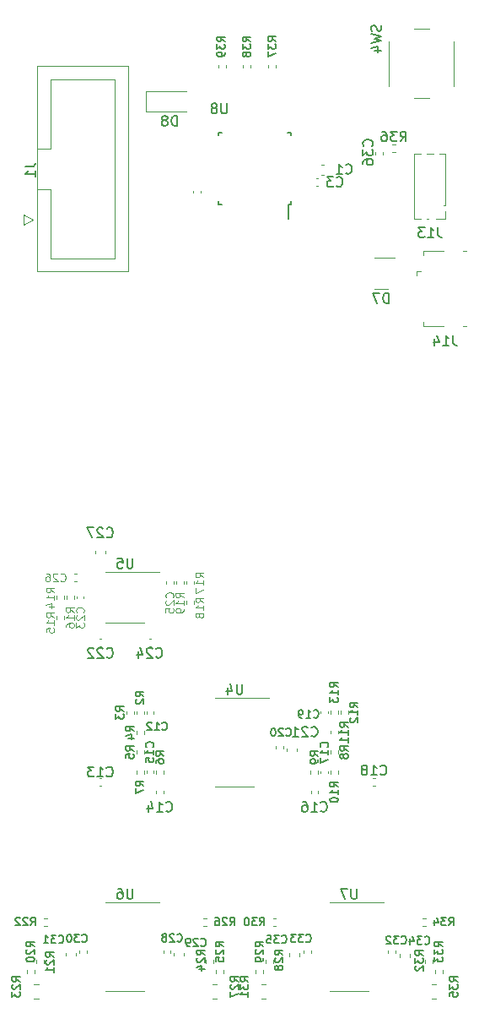
<source format=gbr>
%TF.GenerationSoftware,KiCad,Pcbnew,7.0.2*%
%TF.CreationDate,2025-01-10T16:25:51-06:00*%
%TF.ProjectId,gateDr_mainboard,67617465-4472-45f6-9d61-696e626f6172,rev?*%
%TF.SameCoordinates,Original*%
%TF.FileFunction,Legend,Bot*%
%TF.FilePolarity,Positive*%
%FSLAX46Y46*%
G04 Gerber Fmt 4.6, Leading zero omitted, Abs format (unit mm)*
G04 Created by KiCad (PCBNEW 7.0.2) date 2025-01-10 16:25:51*
%MOMM*%
%LPD*%
G01*
G04 APERTURE LIST*
%ADD10C,0.125000*%
%ADD11C,0.150000*%
%ADD12C,0.120000*%
G04 APERTURE END LIST*
D10*
%TO.C,R19*%
X69910095Y-125725714D02*
X69529142Y-125459047D01*
X69910095Y-125268571D02*
X69110095Y-125268571D01*
X69110095Y-125268571D02*
X69110095Y-125573333D01*
X69110095Y-125573333D02*
X69148190Y-125649523D01*
X69148190Y-125649523D02*
X69186285Y-125687618D01*
X69186285Y-125687618D02*
X69262476Y-125725714D01*
X69262476Y-125725714D02*
X69376761Y-125725714D01*
X69376761Y-125725714D02*
X69452952Y-125687618D01*
X69452952Y-125687618D02*
X69491047Y-125649523D01*
X69491047Y-125649523D02*
X69529142Y-125573333D01*
X69529142Y-125573333D02*
X69529142Y-125268571D01*
X69910095Y-126487618D02*
X69910095Y-126030475D01*
X69910095Y-126259047D02*
X69110095Y-126259047D01*
X69110095Y-126259047D02*
X69224380Y-126182856D01*
X69224380Y-126182856D02*
X69300571Y-126106666D01*
X69300571Y-126106666D02*
X69338666Y-126030475D01*
X69910095Y-126868571D02*
X69910095Y-127020952D01*
X69910095Y-127020952D02*
X69872000Y-127097142D01*
X69872000Y-127097142D02*
X69833904Y-127135238D01*
X69833904Y-127135238D02*
X69719619Y-127211428D01*
X69719619Y-127211428D02*
X69567238Y-127249523D01*
X69567238Y-127249523D02*
X69262476Y-127249523D01*
X69262476Y-127249523D02*
X69186285Y-127211428D01*
X69186285Y-127211428D02*
X69148190Y-127173333D01*
X69148190Y-127173333D02*
X69110095Y-127097142D01*
X69110095Y-127097142D02*
X69110095Y-126944761D01*
X69110095Y-126944761D02*
X69148190Y-126868571D01*
X69148190Y-126868571D02*
X69186285Y-126830476D01*
X69186285Y-126830476D02*
X69262476Y-126792380D01*
X69262476Y-126792380D02*
X69452952Y-126792380D01*
X69452952Y-126792380D02*
X69529142Y-126830476D01*
X69529142Y-126830476D02*
X69567238Y-126868571D01*
X69567238Y-126868571D02*
X69605333Y-126944761D01*
X69605333Y-126944761D02*
X69605333Y-127097142D01*
X69605333Y-127097142D02*
X69567238Y-127173333D01*
X69567238Y-127173333D02*
X69529142Y-127211428D01*
X69529142Y-127211428D02*
X69452952Y-127249523D01*
D11*
%TO.C,R32*%
X93970095Y-161585714D02*
X93589142Y-161319047D01*
X93970095Y-161128571D02*
X93170095Y-161128571D01*
X93170095Y-161128571D02*
X93170095Y-161433333D01*
X93170095Y-161433333D02*
X93208190Y-161509523D01*
X93208190Y-161509523D02*
X93246285Y-161547618D01*
X93246285Y-161547618D02*
X93322476Y-161585714D01*
X93322476Y-161585714D02*
X93436761Y-161585714D01*
X93436761Y-161585714D02*
X93512952Y-161547618D01*
X93512952Y-161547618D02*
X93551047Y-161509523D01*
X93551047Y-161509523D02*
X93589142Y-161433333D01*
X93589142Y-161433333D02*
X93589142Y-161128571D01*
X93170095Y-161852380D02*
X93170095Y-162347618D01*
X93170095Y-162347618D02*
X93474857Y-162080952D01*
X93474857Y-162080952D02*
X93474857Y-162195237D01*
X93474857Y-162195237D02*
X93512952Y-162271428D01*
X93512952Y-162271428D02*
X93551047Y-162309523D01*
X93551047Y-162309523D02*
X93627238Y-162347618D01*
X93627238Y-162347618D02*
X93817714Y-162347618D01*
X93817714Y-162347618D02*
X93893904Y-162309523D01*
X93893904Y-162309523D02*
X93932000Y-162271428D01*
X93932000Y-162271428D02*
X93970095Y-162195237D01*
X93970095Y-162195237D02*
X93970095Y-161966666D01*
X93970095Y-161966666D02*
X93932000Y-161890475D01*
X93932000Y-161890475D02*
X93893904Y-161852380D01*
X93246285Y-162652380D02*
X93208190Y-162690476D01*
X93208190Y-162690476D02*
X93170095Y-162766666D01*
X93170095Y-162766666D02*
X93170095Y-162957142D01*
X93170095Y-162957142D02*
X93208190Y-163033333D01*
X93208190Y-163033333D02*
X93246285Y-163071428D01*
X93246285Y-163071428D02*
X93322476Y-163109523D01*
X93322476Y-163109523D02*
X93398666Y-163109523D01*
X93398666Y-163109523D02*
X93512952Y-163071428D01*
X93512952Y-163071428D02*
X93970095Y-162614285D01*
X93970095Y-162614285D02*
X93970095Y-163109523D01*
%TO.C,C22*%
X62192857Y-131667380D02*
X62240476Y-131715000D01*
X62240476Y-131715000D02*
X62383333Y-131762619D01*
X62383333Y-131762619D02*
X62478571Y-131762619D01*
X62478571Y-131762619D02*
X62621428Y-131715000D01*
X62621428Y-131715000D02*
X62716666Y-131619761D01*
X62716666Y-131619761D02*
X62764285Y-131524523D01*
X62764285Y-131524523D02*
X62811904Y-131334047D01*
X62811904Y-131334047D02*
X62811904Y-131191190D01*
X62811904Y-131191190D02*
X62764285Y-131000714D01*
X62764285Y-131000714D02*
X62716666Y-130905476D01*
X62716666Y-130905476D02*
X62621428Y-130810238D01*
X62621428Y-130810238D02*
X62478571Y-130762619D01*
X62478571Y-130762619D02*
X62383333Y-130762619D01*
X62383333Y-130762619D02*
X62240476Y-130810238D01*
X62240476Y-130810238D02*
X62192857Y-130857857D01*
X61811904Y-130857857D02*
X61764285Y-130810238D01*
X61764285Y-130810238D02*
X61669047Y-130762619D01*
X61669047Y-130762619D02*
X61430952Y-130762619D01*
X61430952Y-130762619D02*
X61335714Y-130810238D01*
X61335714Y-130810238D02*
X61288095Y-130857857D01*
X61288095Y-130857857D02*
X61240476Y-130953095D01*
X61240476Y-130953095D02*
X61240476Y-131048333D01*
X61240476Y-131048333D02*
X61288095Y-131191190D01*
X61288095Y-131191190D02*
X61859523Y-131762619D01*
X61859523Y-131762619D02*
X61240476Y-131762619D01*
X60859523Y-130857857D02*
X60811904Y-130810238D01*
X60811904Y-130810238D02*
X60716666Y-130762619D01*
X60716666Y-130762619D02*
X60478571Y-130762619D01*
X60478571Y-130762619D02*
X60383333Y-130810238D01*
X60383333Y-130810238D02*
X60335714Y-130857857D01*
X60335714Y-130857857D02*
X60288095Y-130953095D01*
X60288095Y-130953095D02*
X60288095Y-131048333D01*
X60288095Y-131048333D02*
X60335714Y-131191190D01*
X60335714Y-131191190D02*
X60907142Y-131762619D01*
X60907142Y-131762619D02*
X60288095Y-131762619D01*
%TO.C,R37*%
X79170095Y-69975714D02*
X78789142Y-69709047D01*
X79170095Y-69518571D02*
X78370095Y-69518571D01*
X78370095Y-69518571D02*
X78370095Y-69823333D01*
X78370095Y-69823333D02*
X78408190Y-69899523D01*
X78408190Y-69899523D02*
X78446285Y-69937618D01*
X78446285Y-69937618D02*
X78522476Y-69975714D01*
X78522476Y-69975714D02*
X78636761Y-69975714D01*
X78636761Y-69975714D02*
X78712952Y-69937618D01*
X78712952Y-69937618D02*
X78751047Y-69899523D01*
X78751047Y-69899523D02*
X78789142Y-69823333D01*
X78789142Y-69823333D02*
X78789142Y-69518571D01*
X78370095Y-70242380D02*
X78370095Y-70737618D01*
X78370095Y-70737618D02*
X78674857Y-70470952D01*
X78674857Y-70470952D02*
X78674857Y-70585237D01*
X78674857Y-70585237D02*
X78712952Y-70661428D01*
X78712952Y-70661428D02*
X78751047Y-70699523D01*
X78751047Y-70699523D02*
X78827238Y-70737618D01*
X78827238Y-70737618D02*
X79017714Y-70737618D01*
X79017714Y-70737618D02*
X79093904Y-70699523D01*
X79093904Y-70699523D02*
X79132000Y-70661428D01*
X79132000Y-70661428D02*
X79170095Y-70585237D01*
X79170095Y-70585237D02*
X79170095Y-70356666D01*
X79170095Y-70356666D02*
X79132000Y-70280475D01*
X79132000Y-70280475D02*
X79093904Y-70242380D01*
X78370095Y-71004285D02*
X78370095Y-71537619D01*
X78370095Y-71537619D02*
X79170095Y-71194761D01*
%TO.C,R4*%
X64910095Y-139116667D02*
X64529142Y-138850000D01*
X64910095Y-138659524D02*
X64110095Y-138659524D01*
X64110095Y-138659524D02*
X64110095Y-138964286D01*
X64110095Y-138964286D02*
X64148190Y-139040476D01*
X64148190Y-139040476D02*
X64186285Y-139078571D01*
X64186285Y-139078571D02*
X64262476Y-139116667D01*
X64262476Y-139116667D02*
X64376761Y-139116667D01*
X64376761Y-139116667D02*
X64452952Y-139078571D01*
X64452952Y-139078571D02*
X64491047Y-139040476D01*
X64491047Y-139040476D02*
X64529142Y-138964286D01*
X64529142Y-138964286D02*
X64529142Y-138659524D01*
X64376761Y-139802381D02*
X64910095Y-139802381D01*
X64072000Y-139611905D02*
X64643428Y-139421428D01*
X64643428Y-139421428D02*
X64643428Y-139916667D01*
%TO.C,R9*%
X83410095Y-141606667D02*
X83029142Y-141340000D01*
X83410095Y-141149524D02*
X82610095Y-141149524D01*
X82610095Y-141149524D02*
X82610095Y-141454286D01*
X82610095Y-141454286D02*
X82648190Y-141530476D01*
X82648190Y-141530476D02*
X82686285Y-141568571D01*
X82686285Y-141568571D02*
X82762476Y-141606667D01*
X82762476Y-141606667D02*
X82876761Y-141606667D01*
X82876761Y-141606667D02*
X82952952Y-141568571D01*
X82952952Y-141568571D02*
X82991047Y-141530476D01*
X82991047Y-141530476D02*
X83029142Y-141454286D01*
X83029142Y-141454286D02*
X83029142Y-141149524D01*
X83410095Y-141987619D02*
X83410095Y-142140000D01*
X83410095Y-142140000D02*
X83372000Y-142216190D01*
X83372000Y-142216190D02*
X83333904Y-142254286D01*
X83333904Y-142254286D02*
X83219619Y-142330476D01*
X83219619Y-142330476D02*
X83067238Y-142368571D01*
X83067238Y-142368571D02*
X82762476Y-142368571D01*
X82762476Y-142368571D02*
X82686285Y-142330476D01*
X82686285Y-142330476D02*
X82648190Y-142292381D01*
X82648190Y-142292381D02*
X82610095Y-142216190D01*
X82610095Y-142216190D02*
X82610095Y-142063809D01*
X82610095Y-142063809D02*
X82648190Y-141987619D01*
X82648190Y-141987619D02*
X82686285Y-141949524D01*
X82686285Y-141949524D02*
X82762476Y-141911428D01*
X82762476Y-141911428D02*
X82952952Y-141911428D01*
X82952952Y-141911428D02*
X83029142Y-141949524D01*
X83029142Y-141949524D02*
X83067238Y-141987619D01*
X83067238Y-141987619D02*
X83105333Y-142063809D01*
X83105333Y-142063809D02*
X83105333Y-142216190D01*
X83105333Y-142216190D02*
X83067238Y-142292381D01*
X83067238Y-142292381D02*
X83029142Y-142330476D01*
X83029142Y-142330476D02*
X82952952Y-142368571D01*
%TO.C,R35*%
X97410095Y-164205714D02*
X97029142Y-163939047D01*
X97410095Y-163748571D02*
X96610095Y-163748571D01*
X96610095Y-163748571D02*
X96610095Y-164053333D01*
X96610095Y-164053333D02*
X96648190Y-164129523D01*
X96648190Y-164129523D02*
X96686285Y-164167618D01*
X96686285Y-164167618D02*
X96762476Y-164205714D01*
X96762476Y-164205714D02*
X96876761Y-164205714D01*
X96876761Y-164205714D02*
X96952952Y-164167618D01*
X96952952Y-164167618D02*
X96991047Y-164129523D01*
X96991047Y-164129523D02*
X97029142Y-164053333D01*
X97029142Y-164053333D02*
X97029142Y-163748571D01*
X96610095Y-164472380D02*
X96610095Y-164967618D01*
X96610095Y-164967618D02*
X96914857Y-164700952D01*
X96914857Y-164700952D02*
X96914857Y-164815237D01*
X96914857Y-164815237D02*
X96952952Y-164891428D01*
X96952952Y-164891428D02*
X96991047Y-164929523D01*
X96991047Y-164929523D02*
X97067238Y-164967618D01*
X97067238Y-164967618D02*
X97257714Y-164967618D01*
X97257714Y-164967618D02*
X97333904Y-164929523D01*
X97333904Y-164929523D02*
X97372000Y-164891428D01*
X97372000Y-164891428D02*
X97410095Y-164815237D01*
X97410095Y-164815237D02*
X97410095Y-164586666D01*
X97410095Y-164586666D02*
X97372000Y-164510475D01*
X97372000Y-164510475D02*
X97333904Y-164472380D01*
X96610095Y-165691428D02*
X96610095Y-165310476D01*
X96610095Y-165310476D02*
X96991047Y-165272380D01*
X96991047Y-165272380D02*
X96952952Y-165310476D01*
X96952952Y-165310476D02*
X96914857Y-165386666D01*
X96914857Y-165386666D02*
X96914857Y-165577142D01*
X96914857Y-165577142D02*
X96952952Y-165653333D01*
X96952952Y-165653333D02*
X96991047Y-165691428D01*
X96991047Y-165691428D02*
X97067238Y-165729523D01*
X97067238Y-165729523D02*
X97257714Y-165729523D01*
X97257714Y-165729523D02*
X97333904Y-165691428D01*
X97333904Y-165691428D02*
X97372000Y-165653333D01*
X97372000Y-165653333D02*
X97410095Y-165577142D01*
X97410095Y-165577142D02*
X97410095Y-165386666D01*
X97410095Y-165386666D02*
X97372000Y-165310476D01*
X97372000Y-165310476D02*
X97333904Y-165272380D01*
D10*
%TO.C,R16*%
X58910095Y-127195714D02*
X58529142Y-126929047D01*
X58910095Y-126738571D02*
X58110095Y-126738571D01*
X58110095Y-126738571D02*
X58110095Y-127043333D01*
X58110095Y-127043333D02*
X58148190Y-127119523D01*
X58148190Y-127119523D02*
X58186285Y-127157618D01*
X58186285Y-127157618D02*
X58262476Y-127195714D01*
X58262476Y-127195714D02*
X58376761Y-127195714D01*
X58376761Y-127195714D02*
X58452952Y-127157618D01*
X58452952Y-127157618D02*
X58491047Y-127119523D01*
X58491047Y-127119523D02*
X58529142Y-127043333D01*
X58529142Y-127043333D02*
X58529142Y-126738571D01*
X58910095Y-127957618D02*
X58910095Y-127500475D01*
X58910095Y-127729047D02*
X58110095Y-127729047D01*
X58110095Y-127729047D02*
X58224380Y-127652856D01*
X58224380Y-127652856D02*
X58300571Y-127576666D01*
X58300571Y-127576666D02*
X58338666Y-127500475D01*
X58110095Y-128643333D02*
X58110095Y-128490952D01*
X58110095Y-128490952D02*
X58148190Y-128414761D01*
X58148190Y-128414761D02*
X58186285Y-128376666D01*
X58186285Y-128376666D02*
X58300571Y-128300476D01*
X58300571Y-128300476D02*
X58452952Y-128262380D01*
X58452952Y-128262380D02*
X58757714Y-128262380D01*
X58757714Y-128262380D02*
X58833904Y-128300476D01*
X58833904Y-128300476D02*
X58872000Y-128338571D01*
X58872000Y-128338571D02*
X58910095Y-128414761D01*
X58910095Y-128414761D02*
X58910095Y-128567142D01*
X58910095Y-128567142D02*
X58872000Y-128643333D01*
X58872000Y-128643333D02*
X58833904Y-128681428D01*
X58833904Y-128681428D02*
X58757714Y-128719523D01*
X58757714Y-128719523D02*
X58567238Y-128719523D01*
X58567238Y-128719523D02*
X58491047Y-128681428D01*
X58491047Y-128681428D02*
X58452952Y-128643333D01*
X58452952Y-128643333D02*
X58414857Y-128567142D01*
X58414857Y-128567142D02*
X58414857Y-128414761D01*
X58414857Y-128414761D02*
X58452952Y-128338571D01*
X58452952Y-128338571D02*
X58491047Y-128300476D01*
X58491047Y-128300476D02*
X58567238Y-128262380D01*
D11*
%TO.C,C35*%
X79764285Y-160293904D02*
X79802381Y-160332000D01*
X79802381Y-160332000D02*
X79916666Y-160370095D01*
X79916666Y-160370095D02*
X79992857Y-160370095D01*
X79992857Y-160370095D02*
X80107143Y-160332000D01*
X80107143Y-160332000D02*
X80183333Y-160255809D01*
X80183333Y-160255809D02*
X80221428Y-160179619D01*
X80221428Y-160179619D02*
X80259524Y-160027238D01*
X80259524Y-160027238D02*
X80259524Y-159912952D01*
X80259524Y-159912952D02*
X80221428Y-159760571D01*
X80221428Y-159760571D02*
X80183333Y-159684380D01*
X80183333Y-159684380D02*
X80107143Y-159608190D01*
X80107143Y-159608190D02*
X79992857Y-159570095D01*
X79992857Y-159570095D02*
X79916666Y-159570095D01*
X79916666Y-159570095D02*
X79802381Y-159608190D01*
X79802381Y-159608190D02*
X79764285Y-159646285D01*
X79497619Y-159570095D02*
X79002381Y-159570095D01*
X79002381Y-159570095D02*
X79269047Y-159874857D01*
X79269047Y-159874857D02*
X79154762Y-159874857D01*
X79154762Y-159874857D02*
X79078571Y-159912952D01*
X79078571Y-159912952D02*
X79040476Y-159951047D01*
X79040476Y-159951047D02*
X79002381Y-160027238D01*
X79002381Y-160027238D02*
X79002381Y-160217714D01*
X79002381Y-160217714D02*
X79040476Y-160293904D01*
X79040476Y-160293904D02*
X79078571Y-160332000D01*
X79078571Y-160332000D02*
X79154762Y-160370095D01*
X79154762Y-160370095D02*
X79383333Y-160370095D01*
X79383333Y-160370095D02*
X79459524Y-160332000D01*
X79459524Y-160332000D02*
X79497619Y-160293904D01*
X78278571Y-159570095D02*
X78659523Y-159570095D01*
X78659523Y-159570095D02*
X78697619Y-159951047D01*
X78697619Y-159951047D02*
X78659523Y-159912952D01*
X78659523Y-159912952D02*
X78583333Y-159874857D01*
X78583333Y-159874857D02*
X78392857Y-159874857D01*
X78392857Y-159874857D02*
X78316666Y-159912952D01*
X78316666Y-159912952D02*
X78278571Y-159951047D01*
X78278571Y-159951047D02*
X78240476Y-160027238D01*
X78240476Y-160027238D02*
X78240476Y-160217714D01*
X78240476Y-160217714D02*
X78278571Y-160293904D01*
X78278571Y-160293904D02*
X78316666Y-160332000D01*
X78316666Y-160332000D02*
X78392857Y-160370095D01*
X78392857Y-160370095D02*
X78583333Y-160370095D01*
X78583333Y-160370095D02*
X78659523Y-160332000D01*
X78659523Y-160332000D02*
X78697619Y-160293904D01*
%TO.C,R5*%
X64910095Y-141086667D02*
X64529142Y-140820000D01*
X64910095Y-140629524D02*
X64110095Y-140629524D01*
X64110095Y-140629524D02*
X64110095Y-140934286D01*
X64110095Y-140934286D02*
X64148190Y-141010476D01*
X64148190Y-141010476D02*
X64186285Y-141048571D01*
X64186285Y-141048571D02*
X64262476Y-141086667D01*
X64262476Y-141086667D02*
X64376761Y-141086667D01*
X64376761Y-141086667D02*
X64452952Y-141048571D01*
X64452952Y-141048571D02*
X64491047Y-141010476D01*
X64491047Y-141010476D02*
X64529142Y-140934286D01*
X64529142Y-140934286D02*
X64529142Y-140629524D01*
X64110095Y-141810476D02*
X64110095Y-141429524D01*
X64110095Y-141429524D02*
X64491047Y-141391428D01*
X64491047Y-141391428D02*
X64452952Y-141429524D01*
X64452952Y-141429524D02*
X64414857Y-141505714D01*
X64414857Y-141505714D02*
X64414857Y-141696190D01*
X64414857Y-141696190D02*
X64452952Y-141772381D01*
X64452952Y-141772381D02*
X64491047Y-141810476D01*
X64491047Y-141810476D02*
X64567238Y-141848571D01*
X64567238Y-141848571D02*
X64757714Y-141848571D01*
X64757714Y-141848571D02*
X64833904Y-141810476D01*
X64833904Y-141810476D02*
X64872000Y-141772381D01*
X64872000Y-141772381D02*
X64910095Y-141696190D01*
X64910095Y-141696190D02*
X64910095Y-141505714D01*
X64910095Y-141505714D02*
X64872000Y-141429524D01*
X64872000Y-141429524D02*
X64833904Y-141391428D01*
%TO.C,J1*%
X54002619Y-82536666D02*
X54716904Y-82536666D01*
X54716904Y-82536666D02*
X54859761Y-82489047D01*
X54859761Y-82489047D02*
X54955000Y-82393809D01*
X54955000Y-82393809D02*
X55002619Y-82250952D01*
X55002619Y-82250952D02*
X55002619Y-82155714D01*
X55002619Y-83536666D02*
X55002619Y-82965238D01*
X55002619Y-83250952D02*
X54002619Y-83250952D01*
X54002619Y-83250952D02*
X54145476Y-83155714D01*
X54145476Y-83155714D02*
X54240714Y-83060476D01*
X54240714Y-83060476D02*
X54288333Y-82965238D01*
%TO.C,J14*%
X96959523Y-99462619D02*
X96959523Y-100176904D01*
X96959523Y-100176904D02*
X97007142Y-100319761D01*
X97007142Y-100319761D02*
X97102380Y-100415000D01*
X97102380Y-100415000D02*
X97245237Y-100462619D01*
X97245237Y-100462619D02*
X97340475Y-100462619D01*
X95959523Y-100462619D02*
X96530951Y-100462619D01*
X96245237Y-100462619D02*
X96245237Y-99462619D01*
X96245237Y-99462619D02*
X96340475Y-99605476D01*
X96340475Y-99605476D02*
X96435713Y-99700714D01*
X96435713Y-99700714D02*
X96530951Y-99748333D01*
X95102380Y-99795952D02*
X95102380Y-100462619D01*
X95340475Y-99415000D02*
X95578570Y-100129285D01*
X95578570Y-100129285D02*
X94959523Y-100129285D01*
%TO.C,R7*%
X65910095Y-144586667D02*
X65529142Y-144320000D01*
X65910095Y-144129524D02*
X65110095Y-144129524D01*
X65110095Y-144129524D02*
X65110095Y-144434286D01*
X65110095Y-144434286D02*
X65148190Y-144510476D01*
X65148190Y-144510476D02*
X65186285Y-144548571D01*
X65186285Y-144548571D02*
X65262476Y-144586667D01*
X65262476Y-144586667D02*
X65376761Y-144586667D01*
X65376761Y-144586667D02*
X65452952Y-144548571D01*
X65452952Y-144548571D02*
X65491047Y-144510476D01*
X65491047Y-144510476D02*
X65529142Y-144434286D01*
X65529142Y-144434286D02*
X65529142Y-144129524D01*
X65110095Y-144853333D02*
X65110095Y-145386667D01*
X65110095Y-145386667D02*
X65910095Y-145043809D01*
%TO.C,C20*%
X80214285Y-139543904D02*
X80252381Y-139582000D01*
X80252381Y-139582000D02*
X80366666Y-139620095D01*
X80366666Y-139620095D02*
X80442857Y-139620095D01*
X80442857Y-139620095D02*
X80557143Y-139582000D01*
X80557143Y-139582000D02*
X80633333Y-139505809D01*
X80633333Y-139505809D02*
X80671428Y-139429619D01*
X80671428Y-139429619D02*
X80709524Y-139277238D01*
X80709524Y-139277238D02*
X80709524Y-139162952D01*
X80709524Y-139162952D02*
X80671428Y-139010571D01*
X80671428Y-139010571D02*
X80633333Y-138934380D01*
X80633333Y-138934380D02*
X80557143Y-138858190D01*
X80557143Y-138858190D02*
X80442857Y-138820095D01*
X80442857Y-138820095D02*
X80366666Y-138820095D01*
X80366666Y-138820095D02*
X80252381Y-138858190D01*
X80252381Y-138858190D02*
X80214285Y-138896285D01*
X79909524Y-138896285D02*
X79871428Y-138858190D01*
X79871428Y-138858190D02*
X79795238Y-138820095D01*
X79795238Y-138820095D02*
X79604762Y-138820095D01*
X79604762Y-138820095D02*
X79528571Y-138858190D01*
X79528571Y-138858190D02*
X79490476Y-138896285D01*
X79490476Y-138896285D02*
X79452381Y-138972476D01*
X79452381Y-138972476D02*
X79452381Y-139048666D01*
X79452381Y-139048666D02*
X79490476Y-139162952D01*
X79490476Y-139162952D02*
X79947619Y-139620095D01*
X79947619Y-139620095D02*
X79452381Y-139620095D01*
X78957142Y-138820095D02*
X78880952Y-138820095D01*
X78880952Y-138820095D02*
X78804761Y-138858190D01*
X78804761Y-138858190D02*
X78766666Y-138896285D01*
X78766666Y-138896285D02*
X78728571Y-138972476D01*
X78728571Y-138972476D02*
X78690476Y-139124857D01*
X78690476Y-139124857D02*
X78690476Y-139315333D01*
X78690476Y-139315333D02*
X78728571Y-139467714D01*
X78728571Y-139467714D02*
X78766666Y-139543904D01*
X78766666Y-139543904D02*
X78804761Y-139582000D01*
X78804761Y-139582000D02*
X78880952Y-139620095D01*
X78880952Y-139620095D02*
X78957142Y-139620095D01*
X78957142Y-139620095D02*
X79033333Y-139582000D01*
X79033333Y-139582000D02*
X79071428Y-139543904D01*
X79071428Y-139543904D02*
X79109523Y-139467714D01*
X79109523Y-139467714D02*
X79147619Y-139315333D01*
X79147619Y-139315333D02*
X79147619Y-139124857D01*
X79147619Y-139124857D02*
X79109523Y-138972476D01*
X79109523Y-138972476D02*
X79071428Y-138896285D01*
X79071428Y-138896285D02*
X79033333Y-138858190D01*
X79033333Y-138858190D02*
X78957142Y-138820095D01*
%TO.C,R39*%
X74070095Y-69985714D02*
X73689142Y-69719047D01*
X74070095Y-69528571D02*
X73270095Y-69528571D01*
X73270095Y-69528571D02*
X73270095Y-69833333D01*
X73270095Y-69833333D02*
X73308190Y-69909523D01*
X73308190Y-69909523D02*
X73346285Y-69947618D01*
X73346285Y-69947618D02*
X73422476Y-69985714D01*
X73422476Y-69985714D02*
X73536761Y-69985714D01*
X73536761Y-69985714D02*
X73612952Y-69947618D01*
X73612952Y-69947618D02*
X73651047Y-69909523D01*
X73651047Y-69909523D02*
X73689142Y-69833333D01*
X73689142Y-69833333D02*
X73689142Y-69528571D01*
X73270095Y-70252380D02*
X73270095Y-70747618D01*
X73270095Y-70747618D02*
X73574857Y-70480952D01*
X73574857Y-70480952D02*
X73574857Y-70595237D01*
X73574857Y-70595237D02*
X73612952Y-70671428D01*
X73612952Y-70671428D02*
X73651047Y-70709523D01*
X73651047Y-70709523D02*
X73727238Y-70747618D01*
X73727238Y-70747618D02*
X73917714Y-70747618D01*
X73917714Y-70747618D02*
X73993904Y-70709523D01*
X73993904Y-70709523D02*
X74032000Y-70671428D01*
X74032000Y-70671428D02*
X74070095Y-70595237D01*
X74070095Y-70595237D02*
X74070095Y-70366666D01*
X74070095Y-70366666D02*
X74032000Y-70290475D01*
X74032000Y-70290475D02*
X73993904Y-70252380D01*
X74070095Y-71128571D02*
X74070095Y-71280952D01*
X74070095Y-71280952D02*
X74032000Y-71357142D01*
X74032000Y-71357142D02*
X73993904Y-71395238D01*
X73993904Y-71395238D02*
X73879619Y-71471428D01*
X73879619Y-71471428D02*
X73727238Y-71509523D01*
X73727238Y-71509523D02*
X73422476Y-71509523D01*
X73422476Y-71509523D02*
X73346285Y-71471428D01*
X73346285Y-71471428D02*
X73308190Y-71433333D01*
X73308190Y-71433333D02*
X73270095Y-71357142D01*
X73270095Y-71357142D02*
X73270095Y-71204761D01*
X73270095Y-71204761D02*
X73308190Y-71128571D01*
X73308190Y-71128571D02*
X73346285Y-71090476D01*
X73346285Y-71090476D02*
X73422476Y-71052380D01*
X73422476Y-71052380D02*
X73612952Y-71052380D01*
X73612952Y-71052380D02*
X73689142Y-71090476D01*
X73689142Y-71090476D02*
X73727238Y-71128571D01*
X73727238Y-71128571D02*
X73765333Y-71204761D01*
X73765333Y-71204761D02*
X73765333Y-71357142D01*
X73765333Y-71357142D02*
X73727238Y-71433333D01*
X73727238Y-71433333D02*
X73689142Y-71471428D01*
X73689142Y-71471428D02*
X73612952Y-71509523D01*
%TO.C,C16*%
X83682857Y-147087380D02*
X83730476Y-147135000D01*
X83730476Y-147135000D02*
X83873333Y-147182619D01*
X83873333Y-147182619D02*
X83968571Y-147182619D01*
X83968571Y-147182619D02*
X84111428Y-147135000D01*
X84111428Y-147135000D02*
X84206666Y-147039761D01*
X84206666Y-147039761D02*
X84254285Y-146944523D01*
X84254285Y-146944523D02*
X84301904Y-146754047D01*
X84301904Y-146754047D02*
X84301904Y-146611190D01*
X84301904Y-146611190D02*
X84254285Y-146420714D01*
X84254285Y-146420714D02*
X84206666Y-146325476D01*
X84206666Y-146325476D02*
X84111428Y-146230238D01*
X84111428Y-146230238D02*
X83968571Y-146182619D01*
X83968571Y-146182619D02*
X83873333Y-146182619D01*
X83873333Y-146182619D02*
X83730476Y-146230238D01*
X83730476Y-146230238D02*
X83682857Y-146277857D01*
X82730476Y-147182619D02*
X83301904Y-147182619D01*
X83016190Y-147182619D02*
X83016190Y-146182619D01*
X83016190Y-146182619D02*
X83111428Y-146325476D01*
X83111428Y-146325476D02*
X83206666Y-146420714D01*
X83206666Y-146420714D02*
X83301904Y-146468333D01*
X81873333Y-146182619D02*
X82063809Y-146182619D01*
X82063809Y-146182619D02*
X82159047Y-146230238D01*
X82159047Y-146230238D02*
X82206666Y-146277857D01*
X82206666Y-146277857D02*
X82301904Y-146420714D01*
X82301904Y-146420714D02*
X82349523Y-146611190D01*
X82349523Y-146611190D02*
X82349523Y-146992142D01*
X82349523Y-146992142D02*
X82301904Y-147087380D01*
X82301904Y-147087380D02*
X82254285Y-147135000D01*
X82254285Y-147135000D02*
X82159047Y-147182619D01*
X82159047Y-147182619D02*
X81968571Y-147182619D01*
X81968571Y-147182619D02*
X81873333Y-147135000D01*
X81873333Y-147135000D02*
X81825714Y-147087380D01*
X81825714Y-147087380D02*
X81778095Y-146992142D01*
X81778095Y-146992142D02*
X81778095Y-146754047D01*
X81778095Y-146754047D02*
X81825714Y-146658809D01*
X81825714Y-146658809D02*
X81873333Y-146611190D01*
X81873333Y-146611190D02*
X81968571Y-146563571D01*
X81968571Y-146563571D02*
X82159047Y-146563571D01*
X82159047Y-146563571D02*
X82254285Y-146611190D01*
X82254285Y-146611190D02*
X82301904Y-146658809D01*
X82301904Y-146658809D02*
X82349523Y-146754047D01*
%TO.C,C19*%
X82964285Y-137693904D02*
X83002381Y-137732000D01*
X83002381Y-137732000D02*
X83116666Y-137770095D01*
X83116666Y-137770095D02*
X83192857Y-137770095D01*
X83192857Y-137770095D02*
X83307143Y-137732000D01*
X83307143Y-137732000D02*
X83383333Y-137655809D01*
X83383333Y-137655809D02*
X83421428Y-137579619D01*
X83421428Y-137579619D02*
X83459524Y-137427238D01*
X83459524Y-137427238D02*
X83459524Y-137312952D01*
X83459524Y-137312952D02*
X83421428Y-137160571D01*
X83421428Y-137160571D02*
X83383333Y-137084380D01*
X83383333Y-137084380D02*
X83307143Y-137008190D01*
X83307143Y-137008190D02*
X83192857Y-136970095D01*
X83192857Y-136970095D02*
X83116666Y-136970095D01*
X83116666Y-136970095D02*
X83002381Y-137008190D01*
X83002381Y-137008190D02*
X82964285Y-137046285D01*
X82202381Y-137770095D02*
X82659524Y-137770095D01*
X82430952Y-137770095D02*
X82430952Y-136970095D01*
X82430952Y-136970095D02*
X82507143Y-137084380D01*
X82507143Y-137084380D02*
X82583333Y-137160571D01*
X82583333Y-137160571D02*
X82659524Y-137198666D01*
X81821428Y-137770095D02*
X81669047Y-137770095D01*
X81669047Y-137770095D02*
X81592857Y-137732000D01*
X81592857Y-137732000D02*
X81554761Y-137693904D01*
X81554761Y-137693904D02*
X81478571Y-137579619D01*
X81478571Y-137579619D02*
X81440476Y-137427238D01*
X81440476Y-137427238D02*
X81440476Y-137122476D01*
X81440476Y-137122476D02*
X81478571Y-137046285D01*
X81478571Y-137046285D02*
X81516666Y-137008190D01*
X81516666Y-137008190D02*
X81592857Y-136970095D01*
X81592857Y-136970095D02*
X81745238Y-136970095D01*
X81745238Y-136970095D02*
X81821428Y-137008190D01*
X81821428Y-137008190D02*
X81859523Y-137046285D01*
X81859523Y-137046285D02*
X81897619Y-137122476D01*
X81897619Y-137122476D02*
X81897619Y-137312952D01*
X81897619Y-137312952D02*
X81859523Y-137389142D01*
X81859523Y-137389142D02*
X81821428Y-137427238D01*
X81821428Y-137427238D02*
X81745238Y-137465333D01*
X81745238Y-137465333D02*
X81592857Y-137465333D01*
X81592857Y-137465333D02*
X81516666Y-137427238D01*
X81516666Y-137427238D02*
X81478571Y-137389142D01*
X81478571Y-137389142D02*
X81440476Y-137312952D01*
%TO.C,C31*%
X57364285Y-160293904D02*
X57402381Y-160332000D01*
X57402381Y-160332000D02*
X57516666Y-160370095D01*
X57516666Y-160370095D02*
X57592857Y-160370095D01*
X57592857Y-160370095D02*
X57707143Y-160332000D01*
X57707143Y-160332000D02*
X57783333Y-160255809D01*
X57783333Y-160255809D02*
X57821428Y-160179619D01*
X57821428Y-160179619D02*
X57859524Y-160027238D01*
X57859524Y-160027238D02*
X57859524Y-159912952D01*
X57859524Y-159912952D02*
X57821428Y-159760571D01*
X57821428Y-159760571D02*
X57783333Y-159684380D01*
X57783333Y-159684380D02*
X57707143Y-159608190D01*
X57707143Y-159608190D02*
X57592857Y-159570095D01*
X57592857Y-159570095D02*
X57516666Y-159570095D01*
X57516666Y-159570095D02*
X57402381Y-159608190D01*
X57402381Y-159608190D02*
X57364285Y-159646285D01*
X57097619Y-159570095D02*
X56602381Y-159570095D01*
X56602381Y-159570095D02*
X56869047Y-159874857D01*
X56869047Y-159874857D02*
X56754762Y-159874857D01*
X56754762Y-159874857D02*
X56678571Y-159912952D01*
X56678571Y-159912952D02*
X56640476Y-159951047D01*
X56640476Y-159951047D02*
X56602381Y-160027238D01*
X56602381Y-160027238D02*
X56602381Y-160217714D01*
X56602381Y-160217714D02*
X56640476Y-160293904D01*
X56640476Y-160293904D02*
X56678571Y-160332000D01*
X56678571Y-160332000D02*
X56754762Y-160370095D01*
X56754762Y-160370095D02*
X56983333Y-160370095D01*
X56983333Y-160370095D02*
X57059524Y-160332000D01*
X57059524Y-160332000D02*
X57097619Y-160293904D01*
X55840476Y-160370095D02*
X56297619Y-160370095D01*
X56069047Y-160370095D02*
X56069047Y-159570095D01*
X56069047Y-159570095D02*
X56145238Y-159684380D01*
X56145238Y-159684380D02*
X56221428Y-159760571D01*
X56221428Y-159760571D02*
X56297619Y-159798666D01*
%TO.C,C15*%
X66833904Y-140705714D02*
X66872000Y-140667618D01*
X66872000Y-140667618D02*
X66910095Y-140553333D01*
X66910095Y-140553333D02*
X66910095Y-140477142D01*
X66910095Y-140477142D02*
X66872000Y-140362856D01*
X66872000Y-140362856D02*
X66795809Y-140286666D01*
X66795809Y-140286666D02*
X66719619Y-140248571D01*
X66719619Y-140248571D02*
X66567238Y-140210475D01*
X66567238Y-140210475D02*
X66452952Y-140210475D01*
X66452952Y-140210475D02*
X66300571Y-140248571D01*
X66300571Y-140248571D02*
X66224380Y-140286666D01*
X66224380Y-140286666D02*
X66148190Y-140362856D01*
X66148190Y-140362856D02*
X66110095Y-140477142D01*
X66110095Y-140477142D02*
X66110095Y-140553333D01*
X66110095Y-140553333D02*
X66148190Y-140667618D01*
X66148190Y-140667618D02*
X66186285Y-140705714D01*
X66910095Y-141467618D02*
X66910095Y-141010475D01*
X66910095Y-141239047D02*
X66110095Y-141239047D01*
X66110095Y-141239047D02*
X66224380Y-141162856D01*
X66224380Y-141162856D02*
X66300571Y-141086666D01*
X66300571Y-141086666D02*
X66338666Y-141010475D01*
X66110095Y-142191428D02*
X66110095Y-141810476D01*
X66110095Y-141810476D02*
X66491047Y-141772380D01*
X66491047Y-141772380D02*
X66452952Y-141810476D01*
X66452952Y-141810476D02*
X66414857Y-141886666D01*
X66414857Y-141886666D02*
X66414857Y-142077142D01*
X66414857Y-142077142D02*
X66452952Y-142153333D01*
X66452952Y-142153333D02*
X66491047Y-142191428D01*
X66491047Y-142191428D02*
X66567238Y-142229523D01*
X66567238Y-142229523D02*
X66757714Y-142229523D01*
X66757714Y-142229523D02*
X66833904Y-142191428D01*
X66833904Y-142191428D02*
X66872000Y-142153333D01*
X66872000Y-142153333D02*
X66910095Y-142077142D01*
X66910095Y-142077142D02*
X66910095Y-141886666D01*
X66910095Y-141886666D02*
X66872000Y-141810476D01*
X66872000Y-141810476D02*
X66833904Y-141772380D01*
%TO.C,R27*%
X75410095Y-164205714D02*
X75029142Y-163939047D01*
X75410095Y-163748571D02*
X74610095Y-163748571D01*
X74610095Y-163748571D02*
X74610095Y-164053333D01*
X74610095Y-164053333D02*
X74648190Y-164129523D01*
X74648190Y-164129523D02*
X74686285Y-164167618D01*
X74686285Y-164167618D02*
X74762476Y-164205714D01*
X74762476Y-164205714D02*
X74876761Y-164205714D01*
X74876761Y-164205714D02*
X74952952Y-164167618D01*
X74952952Y-164167618D02*
X74991047Y-164129523D01*
X74991047Y-164129523D02*
X75029142Y-164053333D01*
X75029142Y-164053333D02*
X75029142Y-163748571D01*
X74686285Y-164510475D02*
X74648190Y-164548571D01*
X74648190Y-164548571D02*
X74610095Y-164624761D01*
X74610095Y-164624761D02*
X74610095Y-164815237D01*
X74610095Y-164815237D02*
X74648190Y-164891428D01*
X74648190Y-164891428D02*
X74686285Y-164929523D01*
X74686285Y-164929523D02*
X74762476Y-164967618D01*
X74762476Y-164967618D02*
X74838666Y-164967618D01*
X74838666Y-164967618D02*
X74952952Y-164929523D01*
X74952952Y-164929523D02*
X75410095Y-164472380D01*
X75410095Y-164472380D02*
X75410095Y-164967618D01*
X74610095Y-165234285D02*
X74610095Y-165767619D01*
X74610095Y-165767619D02*
X75410095Y-165424761D01*
D10*
%TO.C,R17*%
X71900095Y-123705714D02*
X71519142Y-123439047D01*
X71900095Y-123248571D02*
X71100095Y-123248571D01*
X71100095Y-123248571D02*
X71100095Y-123553333D01*
X71100095Y-123553333D02*
X71138190Y-123629523D01*
X71138190Y-123629523D02*
X71176285Y-123667618D01*
X71176285Y-123667618D02*
X71252476Y-123705714D01*
X71252476Y-123705714D02*
X71366761Y-123705714D01*
X71366761Y-123705714D02*
X71442952Y-123667618D01*
X71442952Y-123667618D02*
X71481047Y-123629523D01*
X71481047Y-123629523D02*
X71519142Y-123553333D01*
X71519142Y-123553333D02*
X71519142Y-123248571D01*
X71900095Y-124467618D02*
X71900095Y-124010475D01*
X71900095Y-124239047D02*
X71100095Y-124239047D01*
X71100095Y-124239047D02*
X71214380Y-124162856D01*
X71214380Y-124162856D02*
X71290571Y-124086666D01*
X71290571Y-124086666D02*
X71328666Y-124010475D01*
X71100095Y-124734285D02*
X71100095Y-125267619D01*
X71100095Y-125267619D02*
X71900095Y-124924761D01*
%TO.C,C25*%
X68833904Y-125725714D02*
X68872000Y-125687618D01*
X68872000Y-125687618D02*
X68910095Y-125573333D01*
X68910095Y-125573333D02*
X68910095Y-125497142D01*
X68910095Y-125497142D02*
X68872000Y-125382856D01*
X68872000Y-125382856D02*
X68795809Y-125306666D01*
X68795809Y-125306666D02*
X68719619Y-125268571D01*
X68719619Y-125268571D02*
X68567238Y-125230475D01*
X68567238Y-125230475D02*
X68452952Y-125230475D01*
X68452952Y-125230475D02*
X68300571Y-125268571D01*
X68300571Y-125268571D02*
X68224380Y-125306666D01*
X68224380Y-125306666D02*
X68148190Y-125382856D01*
X68148190Y-125382856D02*
X68110095Y-125497142D01*
X68110095Y-125497142D02*
X68110095Y-125573333D01*
X68110095Y-125573333D02*
X68148190Y-125687618D01*
X68148190Y-125687618D02*
X68186285Y-125725714D01*
X68186285Y-126030475D02*
X68148190Y-126068571D01*
X68148190Y-126068571D02*
X68110095Y-126144761D01*
X68110095Y-126144761D02*
X68110095Y-126335237D01*
X68110095Y-126335237D02*
X68148190Y-126411428D01*
X68148190Y-126411428D02*
X68186285Y-126449523D01*
X68186285Y-126449523D02*
X68262476Y-126487618D01*
X68262476Y-126487618D02*
X68338666Y-126487618D01*
X68338666Y-126487618D02*
X68452952Y-126449523D01*
X68452952Y-126449523D02*
X68910095Y-125992380D01*
X68910095Y-125992380D02*
X68910095Y-126487618D01*
X68110095Y-127211428D02*
X68110095Y-126830476D01*
X68110095Y-126830476D02*
X68491047Y-126792380D01*
X68491047Y-126792380D02*
X68452952Y-126830476D01*
X68452952Y-126830476D02*
X68414857Y-126906666D01*
X68414857Y-126906666D02*
X68414857Y-127097142D01*
X68414857Y-127097142D02*
X68452952Y-127173333D01*
X68452952Y-127173333D02*
X68491047Y-127211428D01*
X68491047Y-127211428D02*
X68567238Y-127249523D01*
X68567238Y-127249523D02*
X68757714Y-127249523D01*
X68757714Y-127249523D02*
X68833904Y-127211428D01*
X68833904Y-127211428D02*
X68872000Y-127173333D01*
X68872000Y-127173333D02*
X68910095Y-127097142D01*
X68910095Y-127097142D02*
X68910095Y-126906666D01*
X68910095Y-126906666D02*
X68872000Y-126830476D01*
X68872000Y-126830476D02*
X68833904Y-126792380D01*
D11*
%TO.C,C12*%
X67764285Y-138943904D02*
X67802381Y-138982000D01*
X67802381Y-138982000D02*
X67916666Y-139020095D01*
X67916666Y-139020095D02*
X67992857Y-139020095D01*
X67992857Y-139020095D02*
X68107143Y-138982000D01*
X68107143Y-138982000D02*
X68183333Y-138905809D01*
X68183333Y-138905809D02*
X68221428Y-138829619D01*
X68221428Y-138829619D02*
X68259524Y-138677238D01*
X68259524Y-138677238D02*
X68259524Y-138562952D01*
X68259524Y-138562952D02*
X68221428Y-138410571D01*
X68221428Y-138410571D02*
X68183333Y-138334380D01*
X68183333Y-138334380D02*
X68107143Y-138258190D01*
X68107143Y-138258190D02*
X67992857Y-138220095D01*
X67992857Y-138220095D02*
X67916666Y-138220095D01*
X67916666Y-138220095D02*
X67802381Y-138258190D01*
X67802381Y-138258190D02*
X67764285Y-138296285D01*
X67002381Y-139020095D02*
X67459524Y-139020095D01*
X67230952Y-139020095D02*
X67230952Y-138220095D01*
X67230952Y-138220095D02*
X67307143Y-138334380D01*
X67307143Y-138334380D02*
X67383333Y-138410571D01*
X67383333Y-138410571D02*
X67459524Y-138448666D01*
X66697619Y-138296285D02*
X66659523Y-138258190D01*
X66659523Y-138258190D02*
X66583333Y-138220095D01*
X66583333Y-138220095D02*
X66392857Y-138220095D01*
X66392857Y-138220095D02*
X66316666Y-138258190D01*
X66316666Y-138258190D02*
X66278571Y-138296285D01*
X66278571Y-138296285D02*
X66240476Y-138372476D01*
X66240476Y-138372476D02*
X66240476Y-138448666D01*
X66240476Y-138448666D02*
X66278571Y-138562952D01*
X66278571Y-138562952D02*
X66735714Y-139020095D01*
X66735714Y-139020095D02*
X66240476Y-139020095D01*
%TO.C,J13*%
X95444523Y-88637619D02*
X95444523Y-89351904D01*
X95444523Y-89351904D02*
X95492142Y-89494761D01*
X95492142Y-89494761D02*
X95587380Y-89590000D01*
X95587380Y-89590000D02*
X95730237Y-89637619D01*
X95730237Y-89637619D02*
X95825475Y-89637619D01*
X94444523Y-89637619D02*
X95015951Y-89637619D01*
X94730237Y-89637619D02*
X94730237Y-88637619D01*
X94730237Y-88637619D02*
X94825475Y-88780476D01*
X94825475Y-88780476D02*
X94920713Y-88875714D01*
X94920713Y-88875714D02*
X95015951Y-88923333D01*
X94111189Y-88637619D02*
X93492142Y-88637619D01*
X93492142Y-88637619D02*
X93825475Y-89018571D01*
X93825475Y-89018571D02*
X93682618Y-89018571D01*
X93682618Y-89018571D02*
X93587380Y-89066190D01*
X93587380Y-89066190D02*
X93539761Y-89113809D01*
X93539761Y-89113809D02*
X93492142Y-89209047D01*
X93492142Y-89209047D02*
X93492142Y-89447142D01*
X93492142Y-89447142D02*
X93539761Y-89542380D01*
X93539761Y-89542380D02*
X93587380Y-89590000D01*
X93587380Y-89590000D02*
X93682618Y-89637619D01*
X93682618Y-89637619D02*
X93968332Y-89637619D01*
X93968332Y-89637619D02*
X94063570Y-89590000D01*
X94063570Y-89590000D02*
X94111189Y-89542380D01*
%TO.C,C28*%
X69264285Y-160143904D02*
X69302381Y-160182000D01*
X69302381Y-160182000D02*
X69416666Y-160220095D01*
X69416666Y-160220095D02*
X69492857Y-160220095D01*
X69492857Y-160220095D02*
X69607143Y-160182000D01*
X69607143Y-160182000D02*
X69683333Y-160105809D01*
X69683333Y-160105809D02*
X69721428Y-160029619D01*
X69721428Y-160029619D02*
X69759524Y-159877238D01*
X69759524Y-159877238D02*
X69759524Y-159762952D01*
X69759524Y-159762952D02*
X69721428Y-159610571D01*
X69721428Y-159610571D02*
X69683333Y-159534380D01*
X69683333Y-159534380D02*
X69607143Y-159458190D01*
X69607143Y-159458190D02*
X69492857Y-159420095D01*
X69492857Y-159420095D02*
X69416666Y-159420095D01*
X69416666Y-159420095D02*
X69302381Y-159458190D01*
X69302381Y-159458190D02*
X69264285Y-159496285D01*
X68959524Y-159496285D02*
X68921428Y-159458190D01*
X68921428Y-159458190D02*
X68845238Y-159420095D01*
X68845238Y-159420095D02*
X68654762Y-159420095D01*
X68654762Y-159420095D02*
X68578571Y-159458190D01*
X68578571Y-159458190D02*
X68540476Y-159496285D01*
X68540476Y-159496285D02*
X68502381Y-159572476D01*
X68502381Y-159572476D02*
X68502381Y-159648666D01*
X68502381Y-159648666D02*
X68540476Y-159762952D01*
X68540476Y-159762952D02*
X68997619Y-160220095D01*
X68997619Y-160220095D02*
X68502381Y-160220095D01*
X68045238Y-159762952D02*
X68121428Y-159724857D01*
X68121428Y-159724857D02*
X68159523Y-159686761D01*
X68159523Y-159686761D02*
X68197619Y-159610571D01*
X68197619Y-159610571D02*
X68197619Y-159572476D01*
X68197619Y-159572476D02*
X68159523Y-159496285D01*
X68159523Y-159496285D02*
X68121428Y-159458190D01*
X68121428Y-159458190D02*
X68045238Y-159420095D01*
X68045238Y-159420095D02*
X67892857Y-159420095D01*
X67892857Y-159420095D02*
X67816666Y-159458190D01*
X67816666Y-159458190D02*
X67778571Y-159496285D01*
X67778571Y-159496285D02*
X67740476Y-159572476D01*
X67740476Y-159572476D02*
X67740476Y-159610571D01*
X67740476Y-159610571D02*
X67778571Y-159686761D01*
X67778571Y-159686761D02*
X67816666Y-159724857D01*
X67816666Y-159724857D02*
X67892857Y-159762952D01*
X67892857Y-159762952D02*
X68045238Y-159762952D01*
X68045238Y-159762952D02*
X68121428Y-159801047D01*
X68121428Y-159801047D02*
X68159523Y-159839142D01*
X68159523Y-159839142D02*
X68197619Y-159915333D01*
X68197619Y-159915333D02*
X68197619Y-160067714D01*
X68197619Y-160067714D02*
X68159523Y-160143904D01*
X68159523Y-160143904D02*
X68121428Y-160182000D01*
X68121428Y-160182000D02*
X68045238Y-160220095D01*
X68045238Y-160220095D02*
X67892857Y-160220095D01*
X67892857Y-160220095D02*
X67816666Y-160182000D01*
X67816666Y-160182000D02*
X67778571Y-160143904D01*
X67778571Y-160143904D02*
X67740476Y-160067714D01*
X67740476Y-160067714D02*
X67740476Y-159915333D01*
X67740476Y-159915333D02*
X67778571Y-159839142D01*
X67778571Y-159839142D02*
X67816666Y-159801047D01*
X67816666Y-159801047D02*
X67892857Y-159762952D01*
D10*
%TO.C,C23*%
X59833904Y-127205714D02*
X59872000Y-127167618D01*
X59872000Y-127167618D02*
X59910095Y-127053333D01*
X59910095Y-127053333D02*
X59910095Y-126977142D01*
X59910095Y-126977142D02*
X59872000Y-126862856D01*
X59872000Y-126862856D02*
X59795809Y-126786666D01*
X59795809Y-126786666D02*
X59719619Y-126748571D01*
X59719619Y-126748571D02*
X59567238Y-126710475D01*
X59567238Y-126710475D02*
X59452952Y-126710475D01*
X59452952Y-126710475D02*
X59300571Y-126748571D01*
X59300571Y-126748571D02*
X59224380Y-126786666D01*
X59224380Y-126786666D02*
X59148190Y-126862856D01*
X59148190Y-126862856D02*
X59110095Y-126977142D01*
X59110095Y-126977142D02*
X59110095Y-127053333D01*
X59110095Y-127053333D02*
X59148190Y-127167618D01*
X59148190Y-127167618D02*
X59186285Y-127205714D01*
X59186285Y-127510475D02*
X59148190Y-127548571D01*
X59148190Y-127548571D02*
X59110095Y-127624761D01*
X59110095Y-127624761D02*
X59110095Y-127815237D01*
X59110095Y-127815237D02*
X59148190Y-127891428D01*
X59148190Y-127891428D02*
X59186285Y-127929523D01*
X59186285Y-127929523D02*
X59262476Y-127967618D01*
X59262476Y-127967618D02*
X59338666Y-127967618D01*
X59338666Y-127967618D02*
X59452952Y-127929523D01*
X59452952Y-127929523D02*
X59910095Y-127472380D01*
X59910095Y-127472380D02*
X59910095Y-127967618D01*
X59110095Y-128234285D02*
X59110095Y-128729523D01*
X59110095Y-128729523D02*
X59414857Y-128462857D01*
X59414857Y-128462857D02*
X59414857Y-128577142D01*
X59414857Y-128577142D02*
X59452952Y-128653333D01*
X59452952Y-128653333D02*
X59491047Y-128691428D01*
X59491047Y-128691428D02*
X59567238Y-128729523D01*
X59567238Y-128729523D02*
X59757714Y-128729523D01*
X59757714Y-128729523D02*
X59833904Y-128691428D01*
X59833904Y-128691428D02*
X59872000Y-128653333D01*
X59872000Y-128653333D02*
X59910095Y-128577142D01*
X59910095Y-128577142D02*
X59910095Y-128348571D01*
X59910095Y-128348571D02*
X59872000Y-128272380D01*
X59872000Y-128272380D02*
X59833904Y-128234285D01*
D11*
%TO.C,R2*%
X65910095Y-135616667D02*
X65529142Y-135350000D01*
X65910095Y-135159524D02*
X65110095Y-135159524D01*
X65110095Y-135159524D02*
X65110095Y-135464286D01*
X65110095Y-135464286D02*
X65148190Y-135540476D01*
X65148190Y-135540476D02*
X65186285Y-135578571D01*
X65186285Y-135578571D02*
X65262476Y-135616667D01*
X65262476Y-135616667D02*
X65376761Y-135616667D01*
X65376761Y-135616667D02*
X65452952Y-135578571D01*
X65452952Y-135578571D02*
X65491047Y-135540476D01*
X65491047Y-135540476D02*
X65529142Y-135464286D01*
X65529142Y-135464286D02*
X65529142Y-135159524D01*
X65186285Y-135921428D02*
X65148190Y-135959524D01*
X65148190Y-135959524D02*
X65110095Y-136035714D01*
X65110095Y-136035714D02*
X65110095Y-136226190D01*
X65110095Y-136226190D02*
X65148190Y-136302381D01*
X65148190Y-136302381D02*
X65186285Y-136340476D01*
X65186285Y-136340476D02*
X65262476Y-136378571D01*
X65262476Y-136378571D02*
X65338666Y-136378571D01*
X65338666Y-136378571D02*
X65452952Y-136340476D01*
X65452952Y-136340476D02*
X65910095Y-135883333D01*
X65910095Y-135883333D02*
X65910095Y-136378571D01*
%TO.C,R26*%
X74554285Y-158590095D02*
X74820952Y-158209142D01*
X75011428Y-158590095D02*
X75011428Y-157790095D01*
X75011428Y-157790095D02*
X74706666Y-157790095D01*
X74706666Y-157790095D02*
X74630476Y-157828190D01*
X74630476Y-157828190D02*
X74592381Y-157866285D01*
X74592381Y-157866285D02*
X74554285Y-157942476D01*
X74554285Y-157942476D02*
X74554285Y-158056761D01*
X74554285Y-158056761D02*
X74592381Y-158132952D01*
X74592381Y-158132952D02*
X74630476Y-158171047D01*
X74630476Y-158171047D02*
X74706666Y-158209142D01*
X74706666Y-158209142D02*
X75011428Y-158209142D01*
X74249524Y-157866285D02*
X74211428Y-157828190D01*
X74211428Y-157828190D02*
X74135238Y-157790095D01*
X74135238Y-157790095D02*
X73944762Y-157790095D01*
X73944762Y-157790095D02*
X73868571Y-157828190D01*
X73868571Y-157828190D02*
X73830476Y-157866285D01*
X73830476Y-157866285D02*
X73792381Y-157942476D01*
X73792381Y-157942476D02*
X73792381Y-158018666D01*
X73792381Y-158018666D02*
X73830476Y-158132952D01*
X73830476Y-158132952D02*
X74287619Y-158590095D01*
X74287619Y-158590095D02*
X73792381Y-158590095D01*
X73106666Y-157790095D02*
X73259047Y-157790095D01*
X73259047Y-157790095D02*
X73335238Y-157828190D01*
X73335238Y-157828190D02*
X73373333Y-157866285D01*
X73373333Y-157866285D02*
X73449523Y-157980571D01*
X73449523Y-157980571D02*
X73487619Y-158132952D01*
X73487619Y-158132952D02*
X73487619Y-158437714D01*
X73487619Y-158437714D02*
X73449523Y-158513904D01*
X73449523Y-158513904D02*
X73411428Y-158552000D01*
X73411428Y-158552000D02*
X73335238Y-158590095D01*
X73335238Y-158590095D02*
X73182857Y-158590095D01*
X73182857Y-158590095D02*
X73106666Y-158552000D01*
X73106666Y-158552000D02*
X73068571Y-158513904D01*
X73068571Y-158513904D02*
X73030476Y-158437714D01*
X73030476Y-158437714D02*
X73030476Y-158247238D01*
X73030476Y-158247238D02*
X73068571Y-158171047D01*
X73068571Y-158171047D02*
X73106666Y-158132952D01*
X73106666Y-158132952D02*
X73182857Y-158094857D01*
X73182857Y-158094857D02*
X73335238Y-158094857D01*
X73335238Y-158094857D02*
X73411428Y-158132952D01*
X73411428Y-158132952D02*
X73449523Y-158171047D01*
X73449523Y-158171047D02*
X73487619Y-158247238D01*
%TO.C,R21*%
X56870095Y-161735714D02*
X56489142Y-161469047D01*
X56870095Y-161278571D02*
X56070095Y-161278571D01*
X56070095Y-161278571D02*
X56070095Y-161583333D01*
X56070095Y-161583333D02*
X56108190Y-161659523D01*
X56108190Y-161659523D02*
X56146285Y-161697618D01*
X56146285Y-161697618D02*
X56222476Y-161735714D01*
X56222476Y-161735714D02*
X56336761Y-161735714D01*
X56336761Y-161735714D02*
X56412952Y-161697618D01*
X56412952Y-161697618D02*
X56451047Y-161659523D01*
X56451047Y-161659523D02*
X56489142Y-161583333D01*
X56489142Y-161583333D02*
X56489142Y-161278571D01*
X56146285Y-162040475D02*
X56108190Y-162078571D01*
X56108190Y-162078571D02*
X56070095Y-162154761D01*
X56070095Y-162154761D02*
X56070095Y-162345237D01*
X56070095Y-162345237D02*
X56108190Y-162421428D01*
X56108190Y-162421428D02*
X56146285Y-162459523D01*
X56146285Y-162459523D02*
X56222476Y-162497618D01*
X56222476Y-162497618D02*
X56298666Y-162497618D01*
X56298666Y-162497618D02*
X56412952Y-162459523D01*
X56412952Y-162459523D02*
X56870095Y-162002380D01*
X56870095Y-162002380D02*
X56870095Y-162497618D01*
X56870095Y-163259523D02*
X56870095Y-162802380D01*
X56870095Y-163030952D02*
X56070095Y-163030952D01*
X56070095Y-163030952D02*
X56184380Y-162954761D01*
X56184380Y-162954761D02*
X56260571Y-162878571D01*
X56260571Y-162878571D02*
X56298666Y-162802380D01*
%TO.C,C14*%
X68162857Y-147087380D02*
X68210476Y-147135000D01*
X68210476Y-147135000D02*
X68353333Y-147182619D01*
X68353333Y-147182619D02*
X68448571Y-147182619D01*
X68448571Y-147182619D02*
X68591428Y-147135000D01*
X68591428Y-147135000D02*
X68686666Y-147039761D01*
X68686666Y-147039761D02*
X68734285Y-146944523D01*
X68734285Y-146944523D02*
X68781904Y-146754047D01*
X68781904Y-146754047D02*
X68781904Y-146611190D01*
X68781904Y-146611190D02*
X68734285Y-146420714D01*
X68734285Y-146420714D02*
X68686666Y-146325476D01*
X68686666Y-146325476D02*
X68591428Y-146230238D01*
X68591428Y-146230238D02*
X68448571Y-146182619D01*
X68448571Y-146182619D02*
X68353333Y-146182619D01*
X68353333Y-146182619D02*
X68210476Y-146230238D01*
X68210476Y-146230238D02*
X68162857Y-146277857D01*
X67210476Y-147182619D02*
X67781904Y-147182619D01*
X67496190Y-147182619D02*
X67496190Y-146182619D01*
X67496190Y-146182619D02*
X67591428Y-146325476D01*
X67591428Y-146325476D02*
X67686666Y-146420714D01*
X67686666Y-146420714D02*
X67781904Y-146468333D01*
X66353333Y-146515952D02*
X66353333Y-147182619D01*
X66591428Y-146135000D02*
X66829523Y-146849285D01*
X66829523Y-146849285D02*
X66210476Y-146849285D01*
%TO.C,C33*%
X82214285Y-160193904D02*
X82252381Y-160232000D01*
X82252381Y-160232000D02*
X82366666Y-160270095D01*
X82366666Y-160270095D02*
X82442857Y-160270095D01*
X82442857Y-160270095D02*
X82557143Y-160232000D01*
X82557143Y-160232000D02*
X82633333Y-160155809D01*
X82633333Y-160155809D02*
X82671428Y-160079619D01*
X82671428Y-160079619D02*
X82709524Y-159927238D01*
X82709524Y-159927238D02*
X82709524Y-159812952D01*
X82709524Y-159812952D02*
X82671428Y-159660571D01*
X82671428Y-159660571D02*
X82633333Y-159584380D01*
X82633333Y-159584380D02*
X82557143Y-159508190D01*
X82557143Y-159508190D02*
X82442857Y-159470095D01*
X82442857Y-159470095D02*
X82366666Y-159470095D01*
X82366666Y-159470095D02*
X82252381Y-159508190D01*
X82252381Y-159508190D02*
X82214285Y-159546285D01*
X81947619Y-159470095D02*
X81452381Y-159470095D01*
X81452381Y-159470095D02*
X81719047Y-159774857D01*
X81719047Y-159774857D02*
X81604762Y-159774857D01*
X81604762Y-159774857D02*
X81528571Y-159812952D01*
X81528571Y-159812952D02*
X81490476Y-159851047D01*
X81490476Y-159851047D02*
X81452381Y-159927238D01*
X81452381Y-159927238D02*
X81452381Y-160117714D01*
X81452381Y-160117714D02*
X81490476Y-160193904D01*
X81490476Y-160193904D02*
X81528571Y-160232000D01*
X81528571Y-160232000D02*
X81604762Y-160270095D01*
X81604762Y-160270095D02*
X81833333Y-160270095D01*
X81833333Y-160270095D02*
X81909524Y-160232000D01*
X81909524Y-160232000D02*
X81947619Y-160193904D01*
X81185714Y-159470095D02*
X80690476Y-159470095D01*
X80690476Y-159470095D02*
X80957142Y-159774857D01*
X80957142Y-159774857D02*
X80842857Y-159774857D01*
X80842857Y-159774857D02*
X80766666Y-159812952D01*
X80766666Y-159812952D02*
X80728571Y-159851047D01*
X80728571Y-159851047D02*
X80690476Y-159927238D01*
X80690476Y-159927238D02*
X80690476Y-160117714D01*
X80690476Y-160117714D02*
X80728571Y-160193904D01*
X80728571Y-160193904D02*
X80766666Y-160232000D01*
X80766666Y-160232000D02*
X80842857Y-160270095D01*
X80842857Y-160270095D02*
X81071428Y-160270095D01*
X81071428Y-160270095D02*
X81147619Y-160232000D01*
X81147619Y-160232000D02*
X81185714Y-160193904D01*
D10*
%TO.C,C26*%
X57554285Y-124013904D02*
X57592381Y-124052000D01*
X57592381Y-124052000D02*
X57706666Y-124090095D01*
X57706666Y-124090095D02*
X57782857Y-124090095D01*
X57782857Y-124090095D02*
X57897143Y-124052000D01*
X57897143Y-124052000D02*
X57973333Y-123975809D01*
X57973333Y-123975809D02*
X58011428Y-123899619D01*
X58011428Y-123899619D02*
X58049524Y-123747238D01*
X58049524Y-123747238D02*
X58049524Y-123632952D01*
X58049524Y-123632952D02*
X58011428Y-123480571D01*
X58011428Y-123480571D02*
X57973333Y-123404380D01*
X57973333Y-123404380D02*
X57897143Y-123328190D01*
X57897143Y-123328190D02*
X57782857Y-123290095D01*
X57782857Y-123290095D02*
X57706666Y-123290095D01*
X57706666Y-123290095D02*
X57592381Y-123328190D01*
X57592381Y-123328190D02*
X57554285Y-123366285D01*
X57249524Y-123366285D02*
X57211428Y-123328190D01*
X57211428Y-123328190D02*
X57135238Y-123290095D01*
X57135238Y-123290095D02*
X56944762Y-123290095D01*
X56944762Y-123290095D02*
X56868571Y-123328190D01*
X56868571Y-123328190D02*
X56830476Y-123366285D01*
X56830476Y-123366285D02*
X56792381Y-123442476D01*
X56792381Y-123442476D02*
X56792381Y-123518666D01*
X56792381Y-123518666D02*
X56830476Y-123632952D01*
X56830476Y-123632952D02*
X57287619Y-124090095D01*
X57287619Y-124090095D02*
X56792381Y-124090095D01*
X56106666Y-123290095D02*
X56259047Y-123290095D01*
X56259047Y-123290095D02*
X56335238Y-123328190D01*
X56335238Y-123328190D02*
X56373333Y-123366285D01*
X56373333Y-123366285D02*
X56449523Y-123480571D01*
X56449523Y-123480571D02*
X56487619Y-123632952D01*
X56487619Y-123632952D02*
X56487619Y-123937714D01*
X56487619Y-123937714D02*
X56449523Y-124013904D01*
X56449523Y-124013904D02*
X56411428Y-124052000D01*
X56411428Y-124052000D02*
X56335238Y-124090095D01*
X56335238Y-124090095D02*
X56182857Y-124090095D01*
X56182857Y-124090095D02*
X56106666Y-124052000D01*
X56106666Y-124052000D02*
X56068571Y-124013904D01*
X56068571Y-124013904D02*
X56030476Y-123937714D01*
X56030476Y-123937714D02*
X56030476Y-123747238D01*
X56030476Y-123747238D02*
X56068571Y-123671047D01*
X56068571Y-123671047D02*
X56106666Y-123632952D01*
X56106666Y-123632952D02*
X56182857Y-123594857D01*
X56182857Y-123594857D02*
X56335238Y-123594857D01*
X56335238Y-123594857D02*
X56411428Y-123632952D01*
X56411428Y-123632952D02*
X56449523Y-123671047D01*
X56449523Y-123671047D02*
X56487619Y-123747238D01*
D11*
%TO.C,U5*%
X64801904Y-121782619D02*
X64801904Y-122592142D01*
X64801904Y-122592142D02*
X64754285Y-122687380D01*
X64754285Y-122687380D02*
X64706666Y-122735000D01*
X64706666Y-122735000D02*
X64611428Y-122782619D01*
X64611428Y-122782619D02*
X64420952Y-122782619D01*
X64420952Y-122782619D02*
X64325714Y-122735000D01*
X64325714Y-122735000D02*
X64278095Y-122687380D01*
X64278095Y-122687380D02*
X64230476Y-122592142D01*
X64230476Y-122592142D02*
X64230476Y-121782619D01*
X63278095Y-121782619D02*
X63754285Y-121782619D01*
X63754285Y-121782619D02*
X63801904Y-122258809D01*
X63801904Y-122258809D02*
X63754285Y-122211190D01*
X63754285Y-122211190D02*
X63659047Y-122163571D01*
X63659047Y-122163571D02*
X63420952Y-122163571D01*
X63420952Y-122163571D02*
X63325714Y-122211190D01*
X63325714Y-122211190D02*
X63278095Y-122258809D01*
X63278095Y-122258809D02*
X63230476Y-122354047D01*
X63230476Y-122354047D02*
X63230476Y-122592142D01*
X63230476Y-122592142D02*
X63278095Y-122687380D01*
X63278095Y-122687380D02*
X63325714Y-122735000D01*
X63325714Y-122735000D02*
X63420952Y-122782619D01*
X63420952Y-122782619D02*
X63659047Y-122782619D01*
X63659047Y-122782619D02*
X63754285Y-122735000D01*
X63754285Y-122735000D02*
X63801904Y-122687380D01*
%TO.C,C1*%
X86191666Y-83192380D02*
X86239285Y-83240000D01*
X86239285Y-83240000D02*
X86382142Y-83287619D01*
X86382142Y-83287619D02*
X86477380Y-83287619D01*
X86477380Y-83287619D02*
X86620237Y-83240000D01*
X86620237Y-83240000D02*
X86715475Y-83144761D01*
X86715475Y-83144761D02*
X86763094Y-83049523D01*
X86763094Y-83049523D02*
X86810713Y-82859047D01*
X86810713Y-82859047D02*
X86810713Y-82716190D01*
X86810713Y-82716190D02*
X86763094Y-82525714D01*
X86763094Y-82525714D02*
X86715475Y-82430476D01*
X86715475Y-82430476D02*
X86620237Y-82335238D01*
X86620237Y-82335238D02*
X86477380Y-82287619D01*
X86477380Y-82287619D02*
X86382142Y-82287619D01*
X86382142Y-82287619D02*
X86239285Y-82335238D01*
X86239285Y-82335238D02*
X86191666Y-82382857D01*
X85239285Y-83287619D02*
X85810713Y-83287619D01*
X85524999Y-83287619D02*
X85524999Y-82287619D01*
X85524999Y-82287619D02*
X85620237Y-82430476D01*
X85620237Y-82430476D02*
X85715475Y-82525714D01*
X85715475Y-82525714D02*
X85810713Y-82573333D01*
%TO.C,C13*%
X62182857Y-143587380D02*
X62230476Y-143635000D01*
X62230476Y-143635000D02*
X62373333Y-143682619D01*
X62373333Y-143682619D02*
X62468571Y-143682619D01*
X62468571Y-143682619D02*
X62611428Y-143635000D01*
X62611428Y-143635000D02*
X62706666Y-143539761D01*
X62706666Y-143539761D02*
X62754285Y-143444523D01*
X62754285Y-143444523D02*
X62801904Y-143254047D01*
X62801904Y-143254047D02*
X62801904Y-143111190D01*
X62801904Y-143111190D02*
X62754285Y-142920714D01*
X62754285Y-142920714D02*
X62706666Y-142825476D01*
X62706666Y-142825476D02*
X62611428Y-142730238D01*
X62611428Y-142730238D02*
X62468571Y-142682619D01*
X62468571Y-142682619D02*
X62373333Y-142682619D01*
X62373333Y-142682619D02*
X62230476Y-142730238D01*
X62230476Y-142730238D02*
X62182857Y-142777857D01*
X61230476Y-143682619D02*
X61801904Y-143682619D01*
X61516190Y-143682619D02*
X61516190Y-142682619D01*
X61516190Y-142682619D02*
X61611428Y-142825476D01*
X61611428Y-142825476D02*
X61706666Y-142920714D01*
X61706666Y-142920714D02*
X61801904Y-142968333D01*
X60897142Y-142682619D02*
X60278095Y-142682619D01*
X60278095Y-142682619D02*
X60611428Y-143063571D01*
X60611428Y-143063571D02*
X60468571Y-143063571D01*
X60468571Y-143063571D02*
X60373333Y-143111190D01*
X60373333Y-143111190D02*
X60325714Y-143158809D01*
X60325714Y-143158809D02*
X60278095Y-143254047D01*
X60278095Y-143254047D02*
X60278095Y-143492142D01*
X60278095Y-143492142D02*
X60325714Y-143587380D01*
X60325714Y-143587380D02*
X60373333Y-143635000D01*
X60373333Y-143635000D02*
X60468571Y-143682619D01*
X60468571Y-143682619D02*
X60754285Y-143682619D01*
X60754285Y-143682619D02*
X60849523Y-143635000D01*
X60849523Y-143635000D02*
X60897142Y-143587380D01*
%TO.C,R20*%
X54910095Y-160705714D02*
X54529142Y-160439047D01*
X54910095Y-160248571D02*
X54110095Y-160248571D01*
X54110095Y-160248571D02*
X54110095Y-160553333D01*
X54110095Y-160553333D02*
X54148190Y-160629523D01*
X54148190Y-160629523D02*
X54186285Y-160667618D01*
X54186285Y-160667618D02*
X54262476Y-160705714D01*
X54262476Y-160705714D02*
X54376761Y-160705714D01*
X54376761Y-160705714D02*
X54452952Y-160667618D01*
X54452952Y-160667618D02*
X54491047Y-160629523D01*
X54491047Y-160629523D02*
X54529142Y-160553333D01*
X54529142Y-160553333D02*
X54529142Y-160248571D01*
X54186285Y-161010475D02*
X54148190Y-161048571D01*
X54148190Y-161048571D02*
X54110095Y-161124761D01*
X54110095Y-161124761D02*
X54110095Y-161315237D01*
X54110095Y-161315237D02*
X54148190Y-161391428D01*
X54148190Y-161391428D02*
X54186285Y-161429523D01*
X54186285Y-161429523D02*
X54262476Y-161467618D01*
X54262476Y-161467618D02*
X54338666Y-161467618D01*
X54338666Y-161467618D02*
X54452952Y-161429523D01*
X54452952Y-161429523D02*
X54910095Y-160972380D01*
X54910095Y-160972380D02*
X54910095Y-161467618D01*
X54110095Y-161962857D02*
X54110095Y-162039047D01*
X54110095Y-162039047D02*
X54148190Y-162115238D01*
X54148190Y-162115238D02*
X54186285Y-162153333D01*
X54186285Y-162153333D02*
X54262476Y-162191428D01*
X54262476Y-162191428D02*
X54414857Y-162229523D01*
X54414857Y-162229523D02*
X54605333Y-162229523D01*
X54605333Y-162229523D02*
X54757714Y-162191428D01*
X54757714Y-162191428D02*
X54833904Y-162153333D01*
X54833904Y-162153333D02*
X54872000Y-162115238D01*
X54872000Y-162115238D02*
X54910095Y-162039047D01*
X54910095Y-162039047D02*
X54910095Y-161962857D01*
X54910095Y-161962857D02*
X54872000Y-161886666D01*
X54872000Y-161886666D02*
X54833904Y-161848571D01*
X54833904Y-161848571D02*
X54757714Y-161810476D01*
X54757714Y-161810476D02*
X54605333Y-161772380D01*
X54605333Y-161772380D02*
X54414857Y-161772380D01*
X54414857Y-161772380D02*
X54262476Y-161810476D01*
X54262476Y-161810476D02*
X54186285Y-161848571D01*
X54186285Y-161848571D02*
X54148190Y-161886666D01*
X54148190Y-161886666D02*
X54110095Y-161962857D01*
%TO.C,C30*%
X59714285Y-160193904D02*
X59752381Y-160232000D01*
X59752381Y-160232000D02*
X59866666Y-160270095D01*
X59866666Y-160270095D02*
X59942857Y-160270095D01*
X59942857Y-160270095D02*
X60057143Y-160232000D01*
X60057143Y-160232000D02*
X60133333Y-160155809D01*
X60133333Y-160155809D02*
X60171428Y-160079619D01*
X60171428Y-160079619D02*
X60209524Y-159927238D01*
X60209524Y-159927238D02*
X60209524Y-159812952D01*
X60209524Y-159812952D02*
X60171428Y-159660571D01*
X60171428Y-159660571D02*
X60133333Y-159584380D01*
X60133333Y-159584380D02*
X60057143Y-159508190D01*
X60057143Y-159508190D02*
X59942857Y-159470095D01*
X59942857Y-159470095D02*
X59866666Y-159470095D01*
X59866666Y-159470095D02*
X59752381Y-159508190D01*
X59752381Y-159508190D02*
X59714285Y-159546285D01*
X59447619Y-159470095D02*
X58952381Y-159470095D01*
X58952381Y-159470095D02*
X59219047Y-159774857D01*
X59219047Y-159774857D02*
X59104762Y-159774857D01*
X59104762Y-159774857D02*
X59028571Y-159812952D01*
X59028571Y-159812952D02*
X58990476Y-159851047D01*
X58990476Y-159851047D02*
X58952381Y-159927238D01*
X58952381Y-159927238D02*
X58952381Y-160117714D01*
X58952381Y-160117714D02*
X58990476Y-160193904D01*
X58990476Y-160193904D02*
X59028571Y-160232000D01*
X59028571Y-160232000D02*
X59104762Y-160270095D01*
X59104762Y-160270095D02*
X59333333Y-160270095D01*
X59333333Y-160270095D02*
X59409524Y-160232000D01*
X59409524Y-160232000D02*
X59447619Y-160193904D01*
X58457142Y-159470095D02*
X58380952Y-159470095D01*
X58380952Y-159470095D02*
X58304761Y-159508190D01*
X58304761Y-159508190D02*
X58266666Y-159546285D01*
X58266666Y-159546285D02*
X58228571Y-159622476D01*
X58228571Y-159622476D02*
X58190476Y-159774857D01*
X58190476Y-159774857D02*
X58190476Y-159965333D01*
X58190476Y-159965333D02*
X58228571Y-160117714D01*
X58228571Y-160117714D02*
X58266666Y-160193904D01*
X58266666Y-160193904D02*
X58304761Y-160232000D01*
X58304761Y-160232000D02*
X58380952Y-160270095D01*
X58380952Y-160270095D02*
X58457142Y-160270095D01*
X58457142Y-160270095D02*
X58533333Y-160232000D01*
X58533333Y-160232000D02*
X58571428Y-160193904D01*
X58571428Y-160193904D02*
X58609523Y-160117714D01*
X58609523Y-160117714D02*
X58647619Y-159965333D01*
X58647619Y-159965333D02*
X58647619Y-159774857D01*
X58647619Y-159774857D02*
X58609523Y-159622476D01*
X58609523Y-159622476D02*
X58571428Y-159546285D01*
X58571428Y-159546285D02*
X58533333Y-159508190D01*
X58533333Y-159508190D02*
X58457142Y-159470095D01*
%TO.C,R30*%
X77554285Y-158590095D02*
X77820952Y-158209142D01*
X78011428Y-158590095D02*
X78011428Y-157790095D01*
X78011428Y-157790095D02*
X77706666Y-157790095D01*
X77706666Y-157790095D02*
X77630476Y-157828190D01*
X77630476Y-157828190D02*
X77592381Y-157866285D01*
X77592381Y-157866285D02*
X77554285Y-157942476D01*
X77554285Y-157942476D02*
X77554285Y-158056761D01*
X77554285Y-158056761D02*
X77592381Y-158132952D01*
X77592381Y-158132952D02*
X77630476Y-158171047D01*
X77630476Y-158171047D02*
X77706666Y-158209142D01*
X77706666Y-158209142D02*
X78011428Y-158209142D01*
X77287619Y-157790095D02*
X76792381Y-157790095D01*
X76792381Y-157790095D02*
X77059047Y-158094857D01*
X77059047Y-158094857D02*
X76944762Y-158094857D01*
X76944762Y-158094857D02*
X76868571Y-158132952D01*
X76868571Y-158132952D02*
X76830476Y-158171047D01*
X76830476Y-158171047D02*
X76792381Y-158247238D01*
X76792381Y-158247238D02*
X76792381Y-158437714D01*
X76792381Y-158437714D02*
X76830476Y-158513904D01*
X76830476Y-158513904D02*
X76868571Y-158552000D01*
X76868571Y-158552000D02*
X76944762Y-158590095D01*
X76944762Y-158590095D02*
X77173333Y-158590095D01*
X77173333Y-158590095D02*
X77249524Y-158552000D01*
X77249524Y-158552000D02*
X77287619Y-158513904D01*
X76297142Y-157790095D02*
X76220952Y-157790095D01*
X76220952Y-157790095D02*
X76144761Y-157828190D01*
X76144761Y-157828190D02*
X76106666Y-157866285D01*
X76106666Y-157866285D02*
X76068571Y-157942476D01*
X76068571Y-157942476D02*
X76030476Y-158094857D01*
X76030476Y-158094857D02*
X76030476Y-158285333D01*
X76030476Y-158285333D02*
X76068571Y-158437714D01*
X76068571Y-158437714D02*
X76106666Y-158513904D01*
X76106666Y-158513904D02*
X76144761Y-158552000D01*
X76144761Y-158552000D02*
X76220952Y-158590095D01*
X76220952Y-158590095D02*
X76297142Y-158590095D01*
X76297142Y-158590095D02*
X76373333Y-158552000D01*
X76373333Y-158552000D02*
X76411428Y-158513904D01*
X76411428Y-158513904D02*
X76449523Y-158437714D01*
X76449523Y-158437714D02*
X76487619Y-158285333D01*
X76487619Y-158285333D02*
X76487619Y-158094857D01*
X76487619Y-158094857D02*
X76449523Y-157942476D01*
X76449523Y-157942476D02*
X76411428Y-157866285D01*
X76411428Y-157866285D02*
X76373333Y-157828190D01*
X76373333Y-157828190D02*
X76297142Y-157790095D01*
%TO.C,C36*%
X88817380Y-80457142D02*
X88865000Y-80409523D01*
X88865000Y-80409523D02*
X88912619Y-80266666D01*
X88912619Y-80266666D02*
X88912619Y-80171428D01*
X88912619Y-80171428D02*
X88865000Y-80028571D01*
X88865000Y-80028571D02*
X88769761Y-79933333D01*
X88769761Y-79933333D02*
X88674523Y-79885714D01*
X88674523Y-79885714D02*
X88484047Y-79838095D01*
X88484047Y-79838095D02*
X88341190Y-79838095D01*
X88341190Y-79838095D02*
X88150714Y-79885714D01*
X88150714Y-79885714D02*
X88055476Y-79933333D01*
X88055476Y-79933333D02*
X87960238Y-80028571D01*
X87960238Y-80028571D02*
X87912619Y-80171428D01*
X87912619Y-80171428D02*
X87912619Y-80266666D01*
X87912619Y-80266666D02*
X87960238Y-80409523D01*
X87960238Y-80409523D02*
X88007857Y-80457142D01*
X87912619Y-80790476D02*
X87912619Y-81409523D01*
X87912619Y-81409523D02*
X88293571Y-81076190D01*
X88293571Y-81076190D02*
X88293571Y-81219047D01*
X88293571Y-81219047D02*
X88341190Y-81314285D01*
X88341190Y-81314285D02*
X88388809Y-81361904D01*
X88388809Y-81361904D02*
X88484047Y-81409523D01*
X88484047Y-81409523D02*
X88722142Y-81409523D01*
X88722142Y-81409523D02*
X88817380Y-81361904D01*
X88817380Y-81361904D02*
X88865000Y-81314285D01*
X88865000Y-81314285D02*
X88912619Y-81219047D01*
X88912619Y-81219047D02*
X88912619Y-80933333D01*
X88912619Y-80933333D02*
X88865000Y-80838095D01*
X88865000Y-80838095D02*
X88817380Y-80790476D01*
X87912619Y-82266666D02*
X87912619Y-82076190D01*
X87912619Y-82076190D02*
X87960238Y-81980952D01*
X87960238Y-81980952D02*
X88007857Y-81933333D01*
X88007857Y-81933333D02*
X88150714Y-81838095D01*
X88150714Y-81838095D02*
X88341190Y-81790476D01*
X88341190Y-81790476D02*
X88722142Y-81790476D01*
X88722142Y-81790476D02*
X88817380Y-81838095D01*
X88817380Y-81838095D02*
X88865000Y-81885714D01*
X88865000Y-81885714D02*
X88912619Y-81980952D01*
X88912619Y-81980952D02*
X88912619Y-82171428D01*
X88912619Y-82171428D02*
X88865000Y-82266666D01*
X88865000Y-82266666D02*
X88817380Y-82314285D01*
X88817380Y-82314285D02*
X88722142Y-82361904D01*
X88722142Y-82361904D02*
X88484047Y-82361904D01*
X88484047Y-82361904D02*
X88388809Y-82314285D01*
X88388809Y-82314285D02*
X88341190Y-82266666D01*
X88341190Y-82266666D02*
X88293571Y-82171428D01*
X88293571Y-82171428D02*
X88293571Y-81980952D01*
X88293571Y-81980952D02*
X88341190Y-81885714D01*
X88341190Y-81885714D02*
X88388809Y-81838095D01*
X88388809Y-81838095D02*
X88484047Y-81790476D01*
%TO.C,R13*%
X85410095Y-134705714D02*
X85029142Y-134439047D01*
X85410095Y-134248571D02*
X84610095Y-134248571D01*
X84610095Y-134248571D02*
X84610095Y-134553333D01*
X84610095Y-134553333D02*
X84648190Y-134629523D01*
X84648190Y-134629523D02*
X84686285Y-134667618D01*
X84686285Y-134667618D02*
X84762476Y-134705714D01*
X84762476Y-134705714D02*
X84876761Y-134705714D01*
X84876761Y-134705714D02*
X84952952Y-134667618D01*
X84952952Y-134667618D02*
X84991047Y-134629523D01*
X84991047Y-134629523D02*
X85029142Y-134553333D01*
X85029142Y-134553333D02*
X85029142Y-134248571D01*
X85410095Y-135467618D02*
X85410095Y-135010475D01*
X85410095Y-135239047D02*
X84610095Y-135239047D01*
X84610095Y-135239047D02*
X84724380Y-135162856D01*
X84724380Y-135162856D02*
X84800571Y-135086666D01*
X84800571Y-135086666D02*
X84838666Y-135010475D01*
X84610095Y-135734285D02*
X84610095Y-136229523D01*
X84610095Y-136229523D02*
X84914857Y-135962857D01*
X84914857Y-135962857D02*
X84914857Y-136077142D01*
X84914857Y-136077142D02*
X84952952Y-136153333D01*
X84952952Y-136153333D02*
X84991047Y-136191428D01*
X84991047Y-136191428D02*
X85067238Y-136229523D01*
X85067238Y-136229523D02*
X85257714Y-136229523D01*
X85257714Y-136229523D02*
X85333904Y-136191428D01*
X85333904Y-136191428D02*
X85372000Y-136153333D01*
X85372000Y-136153333D02*
X85410095Y-136077142D01*
X85410095Y-136077142D02*
X85410095Y-135848571D01*
X85410095Y-135848571D02*
X85372000Y-135772380D01*
X85372000Y-135772380D02*
X85333904Y-135734285D01*
%TO.C,R31*%
X76410095Y-164205714D02*
X76029142Y-163939047D01*
X76410095Y-163748571D02*
X75610095Y-163748571D01*
X75610095Y-163748571D02*
X75610095Y-164053333D01*
X75610095Y-164053333D02*
X75648190Y-164129523D01*
X75648190Y-164129523D02*
X75686285Y-164167618D01*
X75686285Y-164167618D02*
X75762476Y-164205714D01*
X75762476Y-164205714D02*
X75876761Y-164205714D01*
X75876761Y-164205714D02*
X75952952Y-164167618D01*
X75952952Y-164167618D02*
X75991047Y-164129523D01*
X75991047Y-164129523D02*
X76029142Y-164053333D01*
X76029142Y-164053333D02*
X76029142Y-163748571D01*
X75610095Y-164472380D02*
X75610095Y-164967618D01*
X75610095Y-164967618D02*
X75914857Y-164700952D01*
X75914857Y-164700952D02*
X75914857Y-164815237D01*
X75914857Y-164815237D02*
X75952952Y-164891428D01*
X75952952Y-164891428D02*
X75991047Y-164929523D01*
X75991047Y-164929523D02*
X76067238Y-164967618D01*
X76067238Y-164967618D02*
X76257714Y-164967618D01*
X76257714Y-164967618D02*
X76333904Y-164929523D01*
X76333904Y-164929523D02*
X76372000Y-164891428D01*
X76372000Y-164891428D02*
X76410095Y-164815237D01*
X76410095Y-164815237D02*
X76410095Y-164586666D01*
X76410095Y-164586666D02*
X76372000Y-164510475D01*
X76372000Y-164510475D02*
X76333904Y-164472380D01*
X76410095Y-165729523D02*
X76410095Y-165272380D01*
X76410095Y-165500952D02*
X75610095Y-165500952D01*
X75610095Y-165500952D02*
X75724380Y-165424761D01*
X75724380Y-165424761D02*
X75800571Y-165348571D01*
X75800571Y-165348571D02*
X75838666Y-165272380D01*
%TO.C,U7*%
X87301904Y-154902619D02*
X87301904Y-155712142D01*
X87301904Y-155712142D02*
X87254285Y-155807380D01*
X87254285Y-155807380D02*
X87206666Y-155855000D01*
X87206666Y-155855000D02*
X87111428Y-155902619D01*
X87111428Y-155902619D02*
X86920952Y-155902619D01*
X86920952Y-155902619D02*
X86825714Y-155855000D01*
X86825714Y-155855000D02*
X86778095Y-155807380D01*
X86778095Y-155807380D02*
X86730476Y-155712142D01*
X86730476Y-155712142D02*
X86730476Y-154902619D01*
X86349523Y-154902619D02*
X85682857Y-154902619D01*
X85682857Y-154902619D02*
X86111428Y-155902619D01*
D10*
%TO.C,R14*%
X56910095Y-125205714D02*
X56529142Y-124939047D01*
X56910095Y-124748571D02*
X56110095Y-124748571D01*
X56110095Y-124748571D02*
X56110095Y-125053333D01*
X56110095Y-125053333D02*
X56148190Y-125129523D01*
X56148190Y-125129523D02*
X56186285Y-125167618D01*
X56186285Y-125167618D02*
X56262476Y-125205714D01*
X56262476Y-125205714D02*
X56376761Y-125205714D01*
X56376761Y-125205714D02*
X56452952Y-125167618D01*
X56452952Y-125167618D02*
X56491047Y-125129523D01*
X56491047Y-125129523D02*
X56529142Y-125053333D01*
X56529142Y-125053333D02*
X56529142Y-124748571D01*
X56910095Y-125967618D02*
X56910095Y-125510475D01*
X56910095Y-125739047D02*
X56110095Y-125739047D01*
X56110095Y-125739047D02*
X56224380Y-125662856D01*
X56224380Y-125662856D02*
X56300571Y-125586666D01*
X56300571Y-125586666D02*
X56338666Y-125510475D01*
X56376761Y-126653333D02*
X56910095Y-126653333D01*
X56072000Y-126462857D02*
X56643428Y-126272380D01*
X56643428Y-126272380D02*
X56643428Y-126767619D01*
D11*
%TO.C,R12*%
X87410095Y-136705714D02*
X87029142Y-136439047D01*
X87410095Y-136248571D02*
X86610095Y-136248571D01*
X86610095Y-136248571D02*
X86610095Y-136553333D01*
X86610095Y-136553333D02*
X86648190Y-136629523D01*
X86648190Y-136629523D02*
X86686285Y-136667618D01*
X86686285Y-136667618D02*
X86762476Y-136705714D01*
X86762476Y-136705714D02*
X86876761Y-136705714D01*
X86876761Y-136705714D02*
X86952952Y-136667618D01*
X86952952Y-136667618D02*
X86991047Y-136629523D01*
X86991047Y-136629523D02*
X87029142Y-136553333D01*
X87029142Y-136553333D02*
X87029142Y-136248571D01*
X87410095Y-137467618D02*
X87410095Y-137010475D01*
X87410095Y-137239047D02*
X86610095Y-137239047D01*
X86610095Y-137239047D02*
X86724380Y-137162856D01*
X86724380Y-137162856D02*
X86800571Y-137086666D01*
X86800571Y-137086666D02*
X86838666Y-137010475D01*
X86686285Y-137772380D02*
X86648190Y-137810476D01*
X86648190Y-137810476D02*
X86610095Y-137886666D01*
X86610095Y-137886666D02*
X86610095Y-138077142D01*
X86610095Y-138077142D02*
X86648190Y-138153333D01*
X86648190Y-138153333D02*
X86686285Y-138191428D01*
X86686285Y-138191428D02*
X86762476Y-138229523D01*
X86762476Y-138229523D02*
X86838666Y-138229523D01*
X86838666Y-138229523D02*
X86952952Y-138191428D01*
X86952952Y-138191428D02*
X87410095Y-137734285D01*
X87410095Y-137734285D02*
X87410095Y-138229523D01*
%TO.C,R22*%
X54544285Y-158590095D02*
X54810952Y-158209142D01*
X55001428Y-158590095D02*
X55001428Y-157790095D01*
X55001428Y-157790095D02*
X54696666Y-157790095D01*
X54696666Y-157790095D02*
X54620476Y-157828190D01*
X54620476Y-157828190D02*
X54582381Y-157866285D01*
X54582381Y-157866285D02*
X54544285Y-157942476D01*
X54544285Y-157942476D02*
X54544285Y-158056761D01*
X54544285Y-158056761D02*
X54582381Y-158132952D01*
X54582381Y-158132952D02*
X54620476Y-158171047D01*
X54620476Y-158171047D02*
X54696666Y-158209142D01*
X54696666Y-158209142D02*
X55001428Y-158209142D01*
X54239524Y-157866285D02*
X54201428Y-157828190D01*
X54201428Y-157828190D02*
X54125238Y-157790095D01*
X54125238Y-157790095D02*
X53934762Y-157790095D01*
X53934762Y-157790095D02*
X53858571Y-157828190D01*
X53858571Y-157828190D02*
X53820476Y-157866285D01*
X53820476Y-157866285D02*
X53782381Y-157942476D01*
X53782381Y-157942476D02*
X53782381Y-158018666D01*
X53782381Y-158018666D02*
X53820476Y-158132952D01*
X53820476Y-158132952D02*
X54277619Y-158590095D01*
X54277619Y-158590095D02*
X53782381Y-158590095D01*
X53477619Y-157866285D02*
X53439523Y-157828190D01*
X53439523Y-157828190D02*
X53363333Y-157790095D01*
X53363333Y-157790095D02*
X53172857Y-157790095D01*
X53172857Y-157790095D02*
X53096666Y-157828190D01*
X53096666Y-157828190D02*
X53058571Y-157866285D01*
X53058571Y-157866285D02*
X53020476Y-157942476D01*
X53020476Y-157942476D02*
X53020476Y-158018666D01*
X53020476Y-158018666D02*
X53058571Y-158132952D01*
X53058571Y-158132952D02*
X53515714Y-158590095D01*
X53515714Y-158590095D02*
X53020476Y-158590095D01*
%TO.C,C3*%
X85266666Y-84467380D02*
X85314285Y-84515000D01*
X85314285Y-84515000D02*
X85457142Y-84562619D01*
X85457142Y-84562619D02*
X85552380Y-84562619D01*
X85552380Y-84562619D02*
X85695237Y-84515000D01*
X85695237Y-84515000D02*
X85790475Y-84419761D01*
X85790475Y-84419761D02*
X85838094Y-84324523D01*
X85838094Y-84324523D02*
X85885713Y-84134047D01*
X85885713Y-84134047D02*
X85885713Y-83991190D01*
X85885713Y-83991190D02*
X85838094Y-83800714D01*
X85838094Y-83800714D02*
X85790475Y-83705476D01*
X85790475Y-83705476D02*
X85695237Y-83610238D01*
X85695237Y-83610238D02*
X85552380Y-83562619D01*
X85552380Y-83562619D02*
X85457142Y-83562619D01*
X85457142Y-83562619D02*
X85314285Y-83610238D01*
X85314285Y-83610238D02*
X85266666Y-83657857D01*
X84933332Y-83562619D02*
X84314285Y-83562619D01*
X84314285Y-83562619D02*
X84647618Y-83943571D01*
X84647618Y-83943571D02*
X84504761Y-83943571D01*
X84504761Y-83943571D02*
X84409523Y-83991190D01*
X84409523Y-83991190D02*
X84361904Y-84038809D01*
X84361904Y-84038809D02*
X84314285Y-84134047D01*
X84314285Y-84134047D02*
X84314285Y-84372142D01*
X84314285Y-84372142D02*
X84361904Y-84467380D01*
X84361904Y-84467380D02*
X84409523Y-84515000D01*
X84409523Y-84515000D02*
X84504761Y-84562619D01*
X84504761Y-84562619D02*
X84790475Y-84562619D01*
X84790475Y-84562619D02*
X84885713Y-84515000D01*
X84885713Y-84515000D02*
X84933332Y-84467380D01*
%TO.C,R34*%
X96554285Y-158590095D02*
X96820952Y-158209142D01*
X97011428Y-158590095D02*
X97011428Y-157790095D01*
X97011428Y-157790095D02*
X96706666Y-157790095D01*
X96706666Y-157790095D02*
X96630476Y-157828190D01*
X96630476Y-157828190D02*
X96592381Y-157866285D01*
X96592381Y-157866285D02*
X96554285Y-157942476D01*
X96554285Y-157942476D02*
X96554285Y-158056761D01*
X96554285Y-158056761D02*
X96592381Y-158132952D01*
X96592381Y-158132952D02*
X96630476Y-158171047D01*
X96630476Y-158171047D02*
X96706666Y-158209142D01*
X96706666Y-158209142D02*
X97011428Y-158209142D01*
X96287619Y-157790095D02*
X95792381Y-157790095D01*
X95792381Y-157790095D02*
X96059047Y-158094857D01*
X96059047Y-158094857D02*
X95944762Y-158094857D01*
X95944762Y-158094857D02*
X95868571Y-158132952D01*
X95868571Y-158132952D02*
X95830476Y-158171047D01*
X95830476Y-158171047D02*
X95792381Y-158247238D01*
X95792381Y-158247238D02*
X95792381Y-158437714D01*
X95792381Y-158437714D02*
X95830476Y-158513904D01*
X95830476Y-158513904D02*
X95868571Y-158552000D01*
X95868571Y-158552000D02*
X95944762Y-158590095D01*
X95944762Y-158590095D02*
X96173333Y-158590095D01*
X96173333Y-158590095D02*
X96249524Y-158552000D01*
X96249524Y-158552000D02*
X96287619Y-158513904D01*
X95106666Y-158056761D02*
X95106666Y-158590095D01*
X95297142Y-157752000D02*
X95487619Y-158323428D01*
X95487619Y-158323428D02*
X94992380Y-158323428D01*
%TO.C,R10*%
X85410095Y-144705714D02*
X85029142Y-144439047D01*
X85410095Y-144248571D02*
X84610095Y-144248571D01*
X84610095Y-144248571D02*
X84610095Y-144553333D01*
X84610095Y-144553333D02*
X84648190Y-144629523D01*
X84648190Y-144629523D02*
X84686285Y-144667618D01*
X84686285Y-144667618D02*
X84762476Y-144705714D01*
X84762476Y-144705714D02*
X84876761Y-144705714D01*
X84876761Y-144705714D02*
X84952952Y-144667618D01*
X84952952Y-144667618D02*
X84991047Y-144629523D01*
X84991047Y-144629523D02*
X85029142Y-144553333D01*
X85029142Y-144553333D02*
X85029142Y-144248571D01*
X85410095Y-145467618D02*
X85410095Y-145010475D01*
X85410095Y-145239047D02*
X84610095Y-145239047D01*
X84610095Y-145239047D02*
X84724380Y-145162856D01*
X84724380Y-145162856D02*
X84800571Y-145086666D01*
X84800571Y-145086666D02*
X84838666Y-145010475D01*
X84610095Y-145962857D02*
X84610095Y-146039047D01*
X84610095Y-146039047D02*
X84648190Y-146115238D01*
X84648190Y-146115238D02*
X84686285Y-146153333D01*
X84686285Y-146153333D02*
X84762476Y-146191428D01*
X84762476Y-146191428D02*
X84914857Y-146229523D01*
X84914857Y-146229523D02*
X85105333Y-146229523D01*
X85105333Y-146229523D02*
X85257714Y-146191428D01*
X85257714Y-146191428D02*
X85333904Y-146153333D01*
X85333904Y-146153333D02*
X85372000Y-146115238D01*
X85372000Y-146115238D02*
X85410095Y-146039047D01*
X85410095Y-146039047D02*
X85410095Y-145962857D01*
X85410095Y-145962857D02*
X85372000Y-145886666D01*
X85372000Y-145886666D02*
X85333904Y-145848571D01*
X85333904Y-145848571D02*
X85257714Y-145810476D01*
X85257714Y-145810476D02*
X85105333Y-145772380D01*
X85105333Y-145772380D02*
X84914857Y-145772380D01*
X84914857Y-145772380D02*
X84762476Y-145810476D01*
X84762476Y-145810476D02*
X84686285Y-145848571D01*
X84686285Y-145848571D02*
X84648190Y-145886666D01*
X84648190Y-145886666D02*
X84610095Y-145962857D01*
%TO.C,C18*%
X89662857Y-143427380D02*
X89710476Y-143475000D01*
X89710476Y-143475000D02*
X89853333Y-143522619D01*
X89853333Y-143522619D02*
X89948571Y-143522619D01*
X89948571Y-143522619D02*
X90091428Y-143475000D01*
X90091428Y-143475000D02*
X90186666Y-143379761D01*
X90186666Y-143379761D02*
X90234285Y-143284523D01*
X90234285Y-143284523D02*
X90281904Y-143094047D01*
X90281904Y-143094047D02*
X90281904Y-142951190D01*
X90281904Y-142951190D02*
X90234285Y-142760714D01*
X90234285Y-142760714D02*
X90186666Y-142665476D01*
X90186666Y-142665476D02*
X90091428Y-142570238D01*
X90091428Y-142570238D02*
X89948571Y-142522619D01*
X89948571Y-142522619D02*
X89853333Y-142522619D01*
X89853333Y-142522619D02*
X89710476Y-142570238D01*
X89710476Y-142570238D02*
X89662857Y-142617857D01*
X88710476Y-143522619D02*
X89281904Y-143522619D01*
X88996190Y-143522619D02*
X88996190Y-142522619D01*
X88996190Y-142522619D02*
X89091428Y-142665476D01*
X89091428Y-142665476D02*
X89186666Y-142760714D01*
X89186666Y-142760714D02*
X89281904Y-142808333D01*
X88139047Y-142951190D02*
X88234285Y-142903571D01*
X88234285Y-142903571D02*
X88281904Y-142855952D01*
X88281904Y-142855952D02*
X88329523Y-142760714D01*
X88329523Y-142760714D02*
X88329523Y-142713095D01*
X88329523Y-142713095D02*
X88281904Y-142617857D01*
X88281904Y-142617857D02*
X88234285Y-142570238D01*
X88234285Y-142570238D02*
X88139047Y-142522619D01*
X88139047Y-142522619D02*
X87948571Y-142522619D01*
X87948571Y-142522619D02*
X87853333Y-142570238D01*
X87853333Y-142570238D02*
X87805714Y-142617857D01*
X87805714Y-142617857D02*
X87758095Y-142713095D01*
X87758095Y-142713095D02*
X87758095Y-142760714D01*
X87758095Y-142760714D02*
X87805714Y-142855952D01*
X87805714Y-142855952D02*
X87853333Y-142903571D01*
X87853333Y-142903571D02*
X87948571Y-142951190D01*
X87948571Y-142951190D02*
X88139047Y-142951190D01*
X88139047Y-142951190D02*
X88234285Y-142998809D01*
X88234285Y-142998809D02*
X88281904Y-143046428D01*
X88281904Y-143046428D02*
X88329523Y-143141666D01*
X88329523Y-143141666D02*
X88329523Y-143332142D01*
X88329523Y-143332142D02*
X88281904Y-143427380D01*
X88281904Y-143427380D02*
X88234285Y-143475000D01*
X88234285Y-143475000D02*
X88139047Y-143522619D01*
X88139047Y-143522619D02*
X87948571Y-143522619D01*
X87948571Y-143522619D02*
X87853333Y-143475000D01*
X87853333Y-143475000D02*
X87805714Y-143427380D01*
X87805714Y-143427380D02*
X87758095Y-143332142D01*
X87758095Y-143332142D02*
X87758095Y-143141666D01*
X87758095Y-143141666D02*
X87805714Y-143046428D01*
X87805714Y-143046428D02*
X87853333Y-142998809D01*
X87853333Y-142998809D02*
X87948571Y-142951190D01*
%TO.C,U4*%
X75801904Y-134402619D02*
X75801904Y-135212142D01*
X75801904Y-135212142D02*
X75754285Y-135307380D01*
X75754285Y-135307380D02*
X75706666Y-135355000D01*
X75706666Y-135355000D02*
X75611428Y-135402619D01*
X75611428Y-135402619D02*
X75420952Y-135402619D01*
X75420952Y-135402619D02*
X75325714Y-135355000D01*
X75325714Y-135355000D02*
X75278095Y-135307380D01*
X75278095Y-135307380D02*
X75230476Y-135212142D01*
X75230476Y-135212142D02*
X75230476Y-134402619D01*
X74325714Y-134735952D02*
X74325714Y-135402619D01*
X74563809Y-134355000D02*
X74801904Y-135069285D01*
X74801904Y-135069285D02*
X74182857Y-135069285D01*
%TO.C,C17*%
X84333904Y-140725714D02*
X84372000Y-140687618D01*
X84372000Y-140687618D02*
X84410095Y-140573333D01*
X84410095Y-140573333D02*
X84410095Y-140497142D01*
X84410095Y-140497142D02*
X84372000Y-140382856D01*
X84372000Y-140382856D02*
X84295809Y-140306666D01*
X84295809Y-140306666D02*
X84219619Y-140268571D01*
X84219619Y-140268571D02*
X84067238Y-140230475D01*
X84067238Y-140230475D02*
X83952952Y-140230475D01*
X83952952Y-140230475D02*
X83800571Y-140268571D01*
X83800571Y-140268571D02*
X83724380Y-140306666D01*
X83724380Y-140306666D02*
X83648190Y-140382856D01*
X83648190Y-140382856D02*
X83610095Y-140497142D01*
X83610095Y-140497142D02*
X83610095Y-140573333D01*
X83610095Y-140573333D02*
X83648190Y-140687618D01*
X83648190Y-140687618D02*
X83686285Y-140725714D01*
X84410095Y-141487618D02*
X84410095Y-141030475D01*
X84410095Y-141259047D02*
X83610095Y-141259047D01*
X83610095Y-141259047D02*
X83724380Y-141182856D01*
X83724380Y-141182856D02*
X83800571Y-141106666D01*
X83800571Y-141106666D02*
X83838666Y-141030475D01*
X83610095Y-141754285D02*
X83610095Y-142287619D01*
X83610095Y-142287619D02*
X84410095Y-141944761D01*
%TO.C,C32*%
X91764285Y-160343904D02*
X91802381Y-160382000D01*
X91802381Y-160382000D02*
X91916666Y-160420095D01*
X91916666Y-160420095D02*
X91992857Y-160420095D01*
X91992857Y-160420095D02*
X92107143Y-160382000D01*
X92107143Y-160382000D02*
X92183333Y-160305809D01*
X92183333Y-160305809D02*
X92221428Y-160229619D01*
X92221428Y-160229619D02*
X92259524Y-160077238D01*
X92259524Y-160077238D02*
X92259524Y-159962952D01*
X92259524Y-159962952D02*
X92221428Y-159810571D01*
X92221428Y-159810571D02*
X92183333Y-159734380D01*
X92183333Y-159734380D02*
X92107143Y-159658190D01*
X92107143Y-159658190D02*
X91992857Y-159620095D01*
X91992857Y-159620095D02*
X91916666Y-159620095D01*
X91916666Y-159620095D02*
X91802381Y-159658190D01*
X91802381Y-159658190D02*
X91764285Y-159696285D01*
X91497619Y-159620095D02*
X91002381Y-159620095D01*
X91002381Y-159620095D02*
X91269047Y-159924857D01*
X91269047Y-159924857D02*
X91154762Y-159924857D01*
X91154762Y-159924857D02*
X91078571Y-159962952D01*
X91078571Y-159962952D02*
X91040476Y-160001047D01*
X91040476Y-160001047D02*
X91002381Y-160077238D01*
X91002381Y-160077238D02*
X91002381Y-160267714D01*
X91002381Y-160267714D02*
X91040476Y-160343904D01*
X91040476Y-160343904D02*
X91078571Y-160382000D01*
X91078571Y-160382000D02*
X91154762Y-160420095D01*
X91154762Y-160420095D02*
X91383333Y-160420095D01*
X91383333Y-160420095D02*
X91459524Y-160382000D01*
X91459524Y-160382000D02*
X91497619Y-160343904D01*
X90697619Y-159696285D02*
X90659523Y-159658190D01*
X90659523Y-159658190D02*
X90583333Y-159620095D01*
X90583333Y-159620095D02*
X90392857Y-159620095D01*
X90392857Y-159620095D02*
X90316666Y-159658190D01*
X90316666Y-159658190D02*
X90278571Y-159696285D01*
X90278571Y-159696285D02*
X90240476Y-159772476D01*
X90240476Y-159772476D02*
X90240476Y-159848666D01*
X90240476Y-159848666D02*
X90278571Y-159962952D01*
X90278571Y-159962952D02*
X90735714Y-160420095D01*
X90735714Y-160420095D02*
X90240476Y-160420095D01*
D10*
%TO.C,R15*%
X56910095Y-127705714D02*
X56529142Y-127439047D01*
X56910095Y-127248571D02*
X56110095Y-127248571D01*
X56110095Y-127248571D02*
X56110095Y-127553333D01*
X56110095Y-127553333D02*
X56148190Y-127629523D01*
X56148190Y-127629523D02*
X56186285Y-127667618D01*
X56186285Y-127667618D02*
X56262476Y-127705714D01*
X56262476Y-127705714D02*
X56376761Y-127705714D01*
X56376761Y-127705714D02*
X56452952Y-127667618D01*
X56452952Y-127667618D02*
X56491047Y-127629523D01*
X56491047Y-127629523D02*
X56529142Y-127553333D01*
X56529142Y-127553333D02*
X56529142Y-127248571D01*
X56910095Y-128467618D02*
X56910095Y-128010475D01*
X56910095Y-128239047D02*
X56110095Y-128239047D01*
X56110095Y-128239047D02*
X56224380Y-128162856D01*
X56224380Y-128162856D02*
X56300571Y-128086666D01*
X56300571Y-128086666D02*
X56338666Y-128010475D01*
X56110095Y-129191428D02*
X56110095Y-128810476D01*
X56110095Y-128810476D02*
X56491047Y-128772380D01*
X56491047Y-128772380D02*
X56452952Y-128810476D01*
X56452952Y-128810476D02*
X56414857Y-128886666D01*
X56414857Y-128886666D02*
X56414857Y-129077142D01*
X56414857Y-129077142D02*
X56452952Y-129153333D01*
X56452952Y-129153333D02*
X56491047Y-129191428D01*
X56491047Y-129191428D02*
X56567238Y-129229523D01*
X56567238Y-129229523D02*
X56757714Y-129229523D01*
X56757714Y-129229523D02*
X56833904Y-129191428D01*
X56833904Y-129191428D02*
X56872000Y-129153333D01*
X56872000Y-129153333D02*
X56910095Y-129077142D01*
X56910095Y-129077142D02*
X56910095Y-128886666D01*
X56910095Y-128886666D02*
X56872000Y-128810476D01*
X56872000Y-128810476D02*
X56833904Y-128772380D01*
D11*
%TO.C,R33*%
X95910095Y-160705714D02*
X95529142Y-160439047D01*
X95910095Y-160248571D02*
X95110095Y-160248571D01*
X95110095Y-160248571D02*
X95110095Y-160553333D01*
X95110095Y-160553333D02*
X95148190Y-160629523D01*
X95148190Y-160629523D02*
X95186285Y-160667618D01*
X95186285Y-160667618D02*
X95262476Y-160705714D01*
X95262476Y-160705714D02*
X95376761Y-160705714D01*
X95376761Y-160705714D02*
X95452952Y-160667618D01*
X95452952Y-160667618D02*
X95491047Y-160629523D01*
X95491047Y-160629523D02*
X95529142Y-160553333D01*
X95529142Y-160553333D02*
X95529142Y-160248571D01*
X95110095Y-160972380D02*
X95110095Y-161467618D01*
X95110095Y-161467618D02*
X95414857Y-161200952D01*
X95414857Y-161200952D02*
X95414857Y-161315237D01*
X95414857Y-161315237D02*
X95452952Y-161391428D01*
X95452952Y-161391428D02*
X95491047Y-161429523D01*
X95491047Y-161429523D02*
X95567238Y-161467618D01*
X95567238Y-161467618D02*
X95757714Y-161467618D01*
X95757714Y-161467618D02*
X95833904Y-161429523D01*
X95833904Y-161429523D02*
X95872000Y-161391428D01*
X95872000Y-161391428D02*
X95910095Y-161315237D01*
X95910095Y-161315237D02*
X95910095Y-161086666D01*
X95910095Y-161086666D02*
X95872000Y-161010475D01*
X95872000Y-161010475D02*
X95833904Y-160972380D01*
X95110095Y-161734285D02*
X95110095Y-162229523D01*
X95110095Y-162229523D02*
X95414857Y-161962857D01*
X95414857Y-161962857D02*
X95414857Y-162077142D01*
X95414857Y-162077142D02*
X95452952Y-162153333D01*
X95452952Y-162153333D02*
X95491047Y-162191428D01*
X95491047Y-162191428D02*
X95567238Y-162229523D01*
X95567238Y-162229523D02*
X95757714Y-162229523D01*
X95757714Y-162229523D02*
X95833904Y-162191428D01*
X95833904Y-162191428D02*
X95872000Y-162153333D01*
X95872000Y-162153333D02*
X95910095Y-162077142D01*
X95910095Y-162077142D02*
X95910095Y-161848571D01*
X95910095Y-161848571D02*
X95872000Y-161772380D01*
X95872000Y-161772380D02*
X95833904Y-161734285D01*
%TO.C,R28*%
X79870095Y-161535714D02*
X79489142Y-161269047D01*
X79870095Y-161078571D02*
X79070095Y-161078571D01*
X79070095Y-161078571D02*
X79070095Y-161383333D01*
X79070095Y-161383333D02*
X79108190Y-161459523D01*
X79108190Y-161459523D02*
X79146285Y-161497618D01*
X79146285Y-161497618D02*
X79222476Y-161535714D01*
X79222476Y-161535714D02*
X79336761Y-161535714D01*
X79336761Y-161535714D02*
X79412952Y-161497618D01*
X79412952Y-161497618D02*
X79451047Y-161459523D01*
X79451047Y-161459523D02*
X79489142Y-161383333D01*
X79489142Y-161383333D02*
X79489142Y-161078571D01*
X79146285Y-161840475D02*
X79108190Y-161878571D01*
X79108190Y-161878571D02*
X79070095Y-161954761D01*
X79070095Y-161954761D02*
X79070095Y-162145237D01*
X79070095Y-162145237D02*
X79108190Y-162221428D01*
X79108190Y-162221428D02*
X79146285Y-162259523D01*
X79146285Y-162259523D02*
X79222476Y-162297618D01*
X79222476Y-162297618D02*
X79298666Y-162297618D01*
X79298666Y-162297618D02*
X79412952Y-162259523D01*
X79412952Y-162259523D02*
X79870095Y-161802380D01*
X79870095Y-161802380D02*
X79870095Y-162297618D01*
X79412952Y-162754761D02*
X79374857Y-162678571D01*
X79374857Y-162678571D02*
X79336761Y-162640476D01*
X79336761Y-162640476D02*
X79260571Y-162602380D01*
X79260571Y-162602380D02*
X79222476Y-162602380D01*
X79222476Y-162602380D02*
X79146285Y-162640476D01*
X79146285Y-162640476D02*
X79108190Y-162678571D01*
X79108190Y-162678571D02*
X79070095Y-162754761D01*
X79070095Y-162754761D02*
X79070095Y-162907142D01*
X79070095Y-162907142D02*
X79108190Y-162983333D01*
X79108190Y-162983333D02*
X79146285Y-163021428D01*
X79146285Y-163021428D02*
X79222476Y-163059523D01*
X79222476Y-163059523D02*
X79260571Y-163059523D01*
X79260571Y-163059523D02*
X79336761Y-163021428D01*
X79336761Y-163021428D02*
X79374857Y-162983333D01*
X79374857Y-162983333D02*
X79412952Y-162907142D01*
X79412952Y-162907142D02*
X79412952Y-162754761D01*
X79412952Y-162754761D02*
X79451047Y-162678571D01*
X79451047Y-162678571D02*
X79489142Y-162640476D01*
X79489142Y-162640476D02*
X79565333Y-162602380D01*
X79565333Y-162602380D02*
X79717714Y-162602380D01*
X79717714Y-162602380D02*
X79793904Y-162640476D01*
X79793904Y-162640476D02*
X79832000Y-162678571D01*
X79832000Y-162678571D02*
X79870095Y-162754761D01*
X79870095Y-162754761D02*
X79870095Y-162907142D01*
X79870095Y-162907142D02*
X79832000Y-162983333D01*
X79832000Y-162983333D02*
X79793904Y-163021428D01*
X79793904Y-163021428D02*
X79717714Y-163059523D01*
X79717714Y-163059523D02*
X79565333Y-163059523D01*
X79565333Y-163059523D02*
X79489142Y-163021428D01*
X79489142Y-163021428D02*
X79451047Y-162983333D01*
X79451047Y-162983333D02*
X79412952Y-162907142D01*
%TO.C,C24*%
X67142857Y-131667380D02*
X67190476Y-131715000D01*
X67190476Y-131715000D02*
X67333333Y-131762619D01*
X67333333Y-131762619D02*
X67428571Y-131762619D01*
X67428571Y-131762619D02*
X67571428Y-131715000D01*
X67571428Y-131715000D02*
X67666666Y-131619761D01*
X67666666Y-131619761D02*
X67714285Y-131524523D01*
X67714285Y-131524523D02*
X67761904Y-131334047D01*
X67761904Y-131334047D02*
X67761904Y-131191190D01*
X67761904Y-131191190D02*
X67714285Y-131000714D01*
X67714285Y-131000714D02*
X67666666Y-130905476D01*
X67666666Y-130905476D02*
X67571428Y-130810238D01*
X67571428Y-130810238D02*
X67428571Y-130762619D01*
X67428571Y-130762619D02*
X67333333Y-130762619D01*
X67333333Y-130762619D02*
X67190476Y-130810238D01*
X67190476Y-130810238D02*
X67142857Y-130857857D01*
X66761904Y-130857857D02*
X66714285Y-130810238D01*
X66714285Y-130810238D02*
X66619047Y-130762619D01*
X66619047Y-130762619D02*
X66380952Y-130762619D01*
X66380952Y-130762619D02*
X66285714Y-130810238D01*
X66285714Y-130810238D02*
X66238095Y-130857857D01*
X66238095Y-130857857D02*
X66190476Y-130953095D01*
X66190476Y-130953095D02*
X66190476Y-131048333D01*
X66190476Y-131048333D02*
X66238095Y-131191190D01*
X66238095Y-131191190D02*
X66809523Y-131762619D01*
X66809523Y-131762619D02*
X66190476Y-131762619D01*
X65333333Y-131095952D02*
X65333333Y-131762619D01*
X65571428Y-130715000D02*
X65809523Y-131429285D01*
X65809523Y-131429285D02*
X65190476Y-131429285D01*
%TO.C,C27*%
X62192857Y-119617380D02*
X62240476Y-119665000D01*
X62240476Y-119665000D02*
X62383333Y-119712619D01*
X62383333Y-119712619D02*
X62478571Y-119712619D01*
X62478571Y-119712619D02*
X62621428Y-119665000D01*
X62621428Y-119665000D02*
X62716666Y-119569761D01*
X62716666Y-119569761D02*
X62764285Y-119474523D01*
X62764285Y-119474523D02*
X62811904Y-119284047D01*
X62811904Y-119284047D02*
X62811904Y-119141190D01*
X62811904Y-119141190D02*
X62764285Y-118950714D01*
X62764285Y-118950714D02*
X62716666Y-118855476D01*
X62716666Y-118855476D02*
X62621428Y-118760238D01*
X62621428Y-118760238D02*
X62478571Y-118712619D01*
X62478571Y-118712619D02*
X62383333Y-118712619D01*
X62383333Y-118712619D02*
X62240476Y-118760238D01*
X62240476Y-118760238D02*
X62192857Y-118807857D01*
X61811904Y-118807857D02*
X61764285Y-118760238D01*
X61764285Y-118760238D02*
X61669047Y-118712619D01*
X61669047Y-118712619D02*
X61430952Y-118712619D01*
X61430952Y-118712619D02*
X61335714Y-118760238D01*
X61335714Y-118760238D02*
X61288095Y-118807857D01*
X61288095Y-118807857D02*
X61240476Y-118903095D01*
X61240476Y-118903095D02*
X61240476Y-118998333D01*
X61240476Y-118998333D02*
X61288095Y-119141190D01*
X61288095Y-119141190D02*
X61859523Y-119712619D01*
X61859523Y-119712619D02*
X61240476Y-119712619D01*
X60907142Y-118712619D02*
X60240476Y-118712619D01*
X60240476Y-118712619D02*
X60669047Y-119712619D01*
%TO.C,R24*%
X72020095Y-161535714D02*
X71639142Y-161269047D01*
X72020095Y-161078571D02*
X71220095Y-161078571D01*
X71220095Y-161078571D02*
X71220095Y-161383333D01*
X71220095Y-161383333D02*
X71258190Y-161459523D01*
X71258190Y-161459523D02*
X71296285Y-161497618D01*
X71296285Y-161497618D02*
X71372476Y-161535714D01*
X71372476Y-161535714D02*
X71486761Y-161535714D01*
X71486761Y-161535714D02*
X71562952Y-161497618D01*
X71562952Y-161497618D02*
X71601047Y-161459523D01*
X71601047Y-161459523D02*
X71639142Y-161383333D01*
X71639142Y-161383333D02*
X71639142Y-161078571D01*
X71296285Y-161840475D02*
X71258190Y-161878571D01*
X71258190Y-161878571D02*
X71220095Y-161954761D01*
X71220095Y-161954761D02*
X71220095Y-162145237D01*
X71220095Y-162145237D02*
X71258190Y-162221428D01*
X71258190Y-162221428D02*
X71296285Y-162259523D01*
X71296285Y-162259523D02*
X71372476Y-162297618D01*
X71372476Y-162297618D02*
X71448666Y-162297618D01*
X71448666Y-162297618D02*
X71562952Y-162259523D01*
X71562952Y-162259523D02*
X72020095Y-161802380D01*
X72020095Y-161802380D02*
X72020095Y-162297618D01*
X71486761Y-162983333D02*
X72020095Y-162983333D01*
X71182000Y-162792857D02*
X71753428Y-162602380D01*
X71753428Y-162602380D02*
X71753428Y-163097619D01*
D10*
%TO.C,R18*%
X71910095Y-126205714D02*
X71529142Y-125939047D01*
X71910095Y-125748571D02*
X71110095Y-125748571D01*
X71110095Y-125748571D02*
X71110095Y-126053333D01*
X71110095Y-126053333D02*
X71148190Y-126129523D01*
X71148190Y-126129523D02*
X71186285Y-126167618D01*
X71186285Y-126167618D02*
X71262476Y-126205714D01*
X71262476Y-126205714D02*
X71376761Y-126205714D01*
X71376761Y-126205714D02*
X71452952Y-126167618D01*
X71452952Y-126167618D02*
X71491047Y-126129523D01*
X71491047Y-126129523D02*
X71529142Y-126053333D01*
X71529142Y-126053333D02*
X71529142Y-125748571D01*
X71910095Y-126967618D02*
X71910095Y-126510475D01*
X71910095Y-126739047D02*
X71110095Y-126739047D01*
X71110095Y-126739047D02*
X71224380Y-126662856D01*
X71224380Y-126662856D02*
X71300571Y-126586666D01*
X71300571Y-126586666D02*
X71338666Y-126510475D01*
X71452952Y-127424761D02*
X71414857Y-127348571D01*
X71414857Y-127348571D02*
X71376761Y-127310476D01*
X71376761Y-127310476D02*
X71300571Y-127272380D01*
X71300571Y-127272380D02*
X71262476Y-127272380D01*
X71262476Y-127272380D02*
X71186285Y-127310476D01*
X71186285Y-127310476D02*
X71148190Y-127348571D01*
X71148190Y-127348571D02*
X71110095Y-127424761D01*
X71110095Y-127424761D02*
X71110095Y-127577142D01*
X71110095Y-127577142D02*
X71148190Y-127653333D01*
X71148190Y-127653333D02*
X71186285Y-127691428D01*
X71186285Y-127691428D02*
X71262476Y-127729523D01*
X71262476Y-127729523D02*
X71300571Y-127729523D01*
X71300571Y-127729523D02*
X71376761Y-127691428D01*
X71376761Y-127691428D02*
X71414857Y-127653333D01*
X71414857Y-127653333D02*
X71452952Y-127577142D01*
X71452952Y-127577142D02*
X71452952Y-127424761D01*
X71452952Y-127424761D02*
X71491047Y-127348571D01*
X71491047Y-127348571D02*
X71529142Y-127310476D01*
X71529142Y-127310476D02*
X71605333Y-127272380D01*
X71605333Y-127272380D02*
X71757714Y-127272380D01*
X71757714Y-127272380D02*
X71833904Y-127310476D01*
X71833904Y-127310476D02*
X71872000Y-127348571D01*
X71872000Y-127348571D02*
X71910095Y-127424761D01*
X71910095Y-127424761D02*
X71910095Y-127577142D01*
X71910095Y-127577142D02*
X71872000Y-127653333D01*
X71872000Y-127653333D02*
X71833904Y-127691428D01*
X71833904Y-127691428D02*
X71757714Y-127729523D01*
X71757714Y-127729523D02*
X71605333Y-127729523D01*
X71605333Y-127729523D02*
X71529142Y-127691428D01*
X71529142Y-127691428D02*
X71491047Y-127653333D01*
X71491047Y-127653333D02*
X71452952Y-127577142D01*
D11*
%TO.C,R38*%
X76620095Y-69985714D02*
X76239142Y-69719047D01*
X76620095Y-69528571D02*
X75820095Y-69528571D01*
X75820095Y-69528571D02*
X75820095Y-69833333D01*
X75820095Y-69833333D02*
X75858190Y-69909523D01*
X75858190Y-69909523D02*
X75896285Y-69947618D01*
X75896285Y-69947618D02*
X75972476Y-69985714D01*
X75972476Y-69985714D02*
X76086761Y-69985714D01*
X76086761Y-69985714D02*
X76162952Y-69947618D01*
X76162952Y-69947618D02*
X76201047Y-69909523D01*
X76201047Y-69909523D02*
X76239142Y-69833333D01*
X76239142Y-69833333D02*
X76239142Y-69528571D01*
X75820095Y-70252380D02*
X75820095Y-70747618D01*
X75820095Y-70747618D02*
X76124857Y-70480952D01*
X76124857Y-70480952D02*
X76124857Y-70595237D01*
X76124857Y-70595237D02*
X76162952Y-70671428D01*
X76162952Y-70671428D02*
X76201047Y-70709523D01*
X76201047Y-70709523D02*
X76277238Y-70747618D01*
X76277238Y-70747618D02*
X76467714Y-70747618D01*
X76467714Y-70747618D02*
X76543904Y-70709523D01*
X76543904Y-70709523D02*
X76582000Y-70671428D01*
X76582000Y-70671428D02*
X76620095Y-70595237D01*
X76620095Y-70595237D02*
X76620095Y-70366666D01*
X76620095Y-70366666D02*
X76582000Y-70290475D01*
X76582000Y-70290475D02*
X76543904Y-70252380D01*
X76162952Y-71204761D02*
X76124857Y-71128571D01*
X76124857Y-71128571D02*
X76086761Y-71090476D01*
X76086761Y-71090476D02*
X76010571Y-71052380D01*
X76010571Y-71052380D02*
X75972476Y-71052380D01*
X75972476Y-71052380D02*
X75896285Y-71090476D01*
X75896285Y-71090476D02*
X75858190Y-71128571D01*
X75858190Y-71128571D02*
X75820095Y-71204761D01*
X75820095Y-71204761D02*
X75820095Y-71357142D01*
X75820095Y-71357142D02*
X75858190Y-71433333D01*
X75858190Y-71433333D02*
X75896285Y-71471428D01*
X75896285Y-71471428D02*
X75972476Y-71509523D01*
X75972476Y-71509523D02*
X76010571Y-71509523D01*
X76010571Y-71509523D02*
X76086761Y-71471428D01*
X76086761Y-71471428D02*
X76124857Y-71433333D01*
X76124857Y-71433333D02*
X76162952Y-71357142D01*
X76162952Y-71357142D02*
X76162952Y-71204761D01*
X76162952Y-71204761D02*
X76201047Y-71128571D01*
X76201047Y-71128571D02*
X76239142Y-71090476D01*
X76239142Y-71090476D02*
X76315333Y-71052380D01*
X76315333Y-71052380D02*
X76467714Y-71052380D01*
X76467714Y-71052380D02*
X76543904Y-71090476D01*
X76543904Y-71090476D02*
X76582000Y-71128571D01*
X76582000Y-71128571D02*
X76620095Y-71204761D01*
X76620095Y-71204761D02*
X76620095Y-71357142D01*
X76620095Y-71357142D02*
X76582000Y-71433333D01*
X76582000Y-71433333D02*
X76543904Y-71471428D01*
X76543904Y-71471428D02*
X76467714Y-71509523D01*
X76467714Y-71509523D02*
X76315333Y-71509523D01*
X76315333Y-71509523D02*
X76239142Y-71471428D01*
X76239142Y-71471428D02*
X76201047Y-71433333D01*
X76201047Y-71433333D02*
X76162952Y-71357142D01*
%TO.C,R6*%
X67910095Y-141586667D02*
X67529142Y-141320000D01*
X67910095Y-141129524D02*
X67110095Y-141129524D01*
X67110095Y-141129524D02*
X67110095Y-141434286D01*
X67110095Y-141434286D02*
X67148190Y-141510476D01*
X67148190Y-141510476D02*
X67186285Y-141548571D01*
X67186285Y-141548571D02*
X67262476Y-141586667D01*
X67262476Y-141586667D02*
X67376761Y-141586667D01*
X67376761Y-141586667D02*
X67452952Y-141548571D01*
X67452952Y-141548571D02*
X67491047Y-141510476D01*
X67491047Y-141510476D02*
X67529142Y-141434286D01*
X67529142Y-141434286D02*
X67529142Y-141129524D01*
X67110095Y-142272381D02*
X67110095Y-142120000D01*
X67110095Y-142120000D02*
X67148190Y-142043809D01*
X67148190Y-142043809D02*
X67186285Y-142005714D01*
X67186285Y-142005714D02*
X67300571Y-141929524D01*
X67300571Y-141929524D02*
X67452952Y-141891428D01*
X67452952Y-141891428D02*
X67757714Y-141891428D01*
X67757714Y-141891428D02*
X67833904Y-141929524D01*
X67833904Y-141929524D02*
X67872000Y-141967619D01*
X67872000Y-141967619D02*
X67910095Y-142043809D01*
X67910095Y-142043809D02*
X67910095Y-142196190D01*
X67910095Y-142196190D02*
X67872000Y-142272381D01*
X67872000Y-142272381D02*
X67833904Y-142310476D01*
X67833904Y-142310476D02*
X67757714Y-142348571D01*
X67757714Y-142348571D02*
X67567238Y-142348571D01*
X67567238Y-142348571D02*
X67491047Y-142310476D01*
X67491047Y-142310476D02*
X67452952Y-142272381D01*
X67452952Y-142272381D02*
X67414857Y-142196190D01*
X67414857Y-142196190D02*
X67414857Y-142043809D01*
X67414857Y-142043809D02*
X67452952Y-141967619D01*
X67452952Y-141967619D02*
X67491047Y-141929524D01*
X67491047Y-141929524D02*
X67567238Y-141891428D01*
%TO.C,R36*%
X91672857Y-80012619D02*
X92006190Y-79536428D01*
X92244285Y-80012619D02*
X92244285Y-79012619D01*
X92244285Y-79012619D02*
X91863333Y-79012619D01*
X91863333Y-79012619D02*
X91768095Y-79060238D01*
X91768095Y-79060238D02*
X91720476Y-79107857D01*
X91720476Y-79107857D02*
X91672857Y-79203095D01*
X91672857Y-79203095D02*
X91672857Y-79345952D01*
X91672857Y-79345952D02*
X91720476Y-79441190D01*
X91720476Y-79441190D02*
X91768095Y-79488809D01*
X91768095Y-79488809D02*
X91863333Y-79536428D01*
X91863333Y-79536428D02*
X92244285Y-79536428D01*
X91339523Y-79012619D02*
X90720476Y-79012619D01*
X90720476Y-79012619D02*
X91053809Y-79393571D01*
X91053809Y-79393571D02*
X90910952Y-79393571D01*
X90910952Y-79393571D02*
X90815714Y-79441190D01*
X90815714Y-79441190D02*
X90768095Y-79488809D01*
X90768095Y-79488809D02*
X90720476Y-79584047D01*
X90720476Y-79584047D02*
X90720476Y-79822142D01*
X90720476Y-79822142D02*
X90768095Y-79917380D01*
X90768095Y-79917380D02*
X90815714Y-79965000D01*
X90815714Y-79965000D02*
X90910952Y-80012619D01*
X90910952Y-80012619D02*
X91196666Y-80012619D01*
X91196666Y-80012619D02*
X91291904Y-79965000D01*
X91291904Y-79965000D02*
X91339523Y-79917380D01*
X89863333Y-79012619D02*
X90053809Y-79012619D01*
X90053809Y-79012619D02*
X90149047Y-79060238D01*
X90149047Y-79060238D02*
X90196666Y-79107857D01*
X90196666Y-79107857D02*
X90291904Y-79250714D01*
X90291904Y-79250714D02*
X90339523Y-79441190D01*
X90339523Y-79441190D02*
X90339523Y-79822142D01*
X90339523Y-79822142D02*
X90291904Y-79917380D01*
X90291904Y-79917380D02*
X90244285Y-79965000D01*
X90244285Y-79965000D02*
X90149047Y-80012619D01*
X90149047Y-80012619D02*
X89958571Y-80012619D01*
X89958571Y-80012619D02*
X89863333Y-79965000D01*
X89863333Y-79965000D02*
X89815714Y-79917380D01*
X89815714Y-79917380D02*
X89768095Y-79822142D01*
X89768095Y-79822142D02*
X89768095Y-79584047D01*
X89768095Y-79584047D02*
X89815714Y-79488809D01*
X89815714Y-79488809D02*
X89863333Y-79441190D01*
X89863333Y-79441190D02*
X89958571Y-79393571D01*
X89958571Y-79393571D02*
X90149047Y-79393571D01*
X90149047Y-79393571D02*
X90244285Y-79441190D01*
X90244285Y-79441190D02*
X90291904Y-79488809D01*
X90291904Y-79488809D02*
X90339523Y-79584047D01*
%TO.C,C29*%
X71664285Y-160593904D02*
X71702381Y-160632000D01*
X71702381Y-160632000D02*
X71816666Y-160670095D01*
X71816666Y-160670095D02*
X71892857Y-160670095D01*
X71892857Y-160670095D02*
X72007143Y-160632000D01*
X72007143Y-160632000D02*
X72083333Y-160555809D01*
X72083333Y-160555809D02*
X72121428Y-160479619D01*
X72121428Y-160479619D02*
X72159524Y-160327238D01*
X72159524Y-160327238D02*
X72159524Y-160212952D01*
X72159524Y-160212952D02*
X72121428Y-160060571D01*
X72121428Y-160060571D02*
X72083333Y-159984380D01*
X72083333Y-159984380D02*
X72007143Y-159908190D01*
X72007143Y-159908190D02*
X71892857Y-159870095D01*
X71892857Y-159870095D02*
X71816666Y-159870095D01*
X71816666Y-159870095D02*
X71702381Y-159908190D01*
X71702381Y-159908190D02*
X71664285Y-159946285D01*
X71359524Y-159946285D02*
X71321428Y-159908190D01*
X71321428Y-159908190D02*
X71245238Y-159870095D01*
X71245238Y-159870095D02*
X71054762Y-159870095D01*
X71054762Y-159870095D02*
X70978571Y-159908190D01*
X70978571Y-159908190D02*
X70940476Y-159946285D01*
X70940476Y-159946285D02*
X70902381Y-160022476D01*
X70902381Y-160022476D02*
X70902381Y-160098666D01*
X70902381Y-160098666D02*
X70940476Y-160212952D01*
X70940476Y-160212952D02*
X71397619Y-160670095D01*
X71397619Y-160670095D02*
X70902381Y-160670095D01*
X70521428Y-160670095D02*
X70369047Y-160670095D01*
X70369047Y-160670095D02*
X70292857Y-160632000D01*
X70292857Y-160632000D02*
X70254761Y-160593904D01*
X70254761Y-160593904D02*
X70178571Y-160479619D01*
X70178571Y-160479619D02*
X70140476Y-160327238D01*
X70140476Y-160327238D02*
X70140476Y-160022476D01*
X70140476Y-160022476D02*
X70178571Y-159946285D01*
X70178571Y-159946285D02*
X70216666Y-159908190D01*
X70216666Y-159908190D02*
X70292857Y-159870095D01*
X70292857Y-159870095D02*
X70445238Y-159870095D01*
X70445238Y-159870095D02*
X70521428Y-159908190D01*
X70521428Y-159908190D02*
X70559523Y-159946285D01*
X70559523Y-159946285D02*
X70597619Y-160022476D01*
X70597619Y-160022476D02*
X70597619Y-160212952D01*
X70597619Y-160212952D02*
X70559523Y-160289142D01*
X70559523Y-160289142D02*
X70521428Y-160327238D01*
X70521428Y-160327238D02*
X70445238Y-160365333D01*
X70445238Y-160365333D02*
X70292857Y-160365333D01*
X70292857Y-160365333D02*
X70216666Y-160327238D01*
X70216666Y-160327238D02*
X70178571Y-160289142D01*
X70178571Y-160289142D02*
X70140476Y-160212952D01*
%TO.C,R25*%
X73910095Y-160705714D02*
X73529142Y-160439047D01*
X73910095Y-160248571D02*
X73110095Y-160248571D01*
X73110095Y-160248571D02*
X73110095Y-160553333D01*
X73110095Y-160553333D02*
X73148190Y-160629523D01*
X73148190Y-160629523D02*
X73186285Y-160667618D01*
X73186285Y-160667618D02*
X73262476Y-160705714D01*
X73262476Y-160705714D02*
X73376761Y-160705714D01*
X73376761Y-160705714D02*
X73452952Y-160667618D01*
X73452952Y-160667618D02*
X73491047Y-160629523D01*
X73491047Y-160629523D02*
X73529142Y-160553333D01*
X73529142Y-160553333D02*
X73529142Y-160248571D01*
X73186285Y-161010475D02*
X73148190Y-161048571D01*
X73148190Y-161048571D02*
X73110095Y-161124761D01*
X73110095Y-161124761D02*
X73110095Y-161315237D01*
X73110095Y-161315237D02*
X73148190Y-161391428D01*
X73148190Y-161391428D02*
X73186285Y-161429523D01*
X73186285Y-161429523D02*
X73262476Y-161467618D01*
X73262476Y-161467618D02*
X73338666Y-161467618D01*
X73338666Y-161467618D02*
X73452952Y-161429523D01*
X73452952Y-161429523D02*
X73910095Y-160972380D01*
X73910095Y-160972380D02*
X73910095Y-161467618D01*
X73110095Y-162191428D02*
X73110095Y-161810476D01*
X73110095Y-161810476D02*
X73491047Y-161772380D01*
X73491047Y-161772380D02*
X73452952Y-161810476D01*
X73452952Y-161810476D02*
X73414857Y-161886666D01*
X73414857Y-161886666D02*
X73414857Y-162077142D01*
X73414857Y-162077142D02*
X73452952Y-162153333D01*
X73452952Y-162153333D02*
X73491047Y-162191428D01*
X73491047Y-162191428D02*
X73567238Y-162229523D01*
X73567238Y-162229523D02*
X73757714Y-162229523D01*
X73757714Y-162229523D02*
X73833904Y-162191428D01*
X73833904Y-162191428D02*
X73872000Y-162153333D01*
X73872000Y-162153333D02*
X73910095Y-162077142D01*
X73910095Y-162077142D02*
X73910095Y-161886666D01*
X73910095Y-161886666D02*
X73872000Y-161810476D01*
X73872000Y-161810476D02*
X73833904Y-161772380D01*
%TO.C,SW4*%
X89715000Y-68366667D02*
X89762619Y-68509524D01*
X89762619Y-68509524D02*
X89762619Y-68747619D01*
X89762619Y-68747619D02*
X89715000Y-68842857D01*
X89715000Y-68842857D02*
X89667380Y-68890476D01*
X89667380Y-68890476D02*
X89572142Y-68938095D01*
X89572142Y-68938095D02*
X89476904Y-68938095D01*
X89476904Y-68938095D02*
X89381666Y-68890476D01*
X89381666Y-68890476D02*
X89334047Y-68842857D01*
X89334047Y-68842857D02*
X89286428Y-68747619D01*
X89286428Y-68747619D02*
X89238809Y-68557143D01*
X89238809Y-68557143D02*
X89191190Y-68461905D01*
X89191190Y-68461905D02*
X89143571Y-68414286D01*
X89143571Y-68414286D02*
X89048333Y-68366667D01*
X89048333Y-68366667D02*
X88953095Y-68366667D01*
X88953095Y-68366667D02*
X88857857Y-68414286D01*
X88857857Y-68414286D02*
X88810238Y-68461905D01*
X88810238Y-68461905D02*
X88762619Y-68557143D01*
X88762619Y-68557143D02*
X88762619Y-68795238D01*
X88762619Y-68795238D02*
X88810238Y-68938095D01*
X88762619Y-69271429D02*
X89762619Y-69509524D01*
X89762619Y-69509524D02*
X89048333Y-69700000D01*
X89048333Y-69700000D02*
X89762619Y-69890476D01*
X89762619Y-69890476D02*
X88762619Y-70128572D01*
X89095952Y-70938095D02*
X89762619Y-70938095D01*
X88715000Y-70700000D02*
X89429285Y-70461905D01*
X89429285Y-70461905D02*
X89429285Y-71080952D01*
%TO.C,R3*%
X63910095Y-137116667D02*
X63529142Y-136850000D01*
X63910095Y-136659524D02*
X63110095Y-136659524D01*
X63110095Y-136659524D02*
X63110095Y-136964286D01*
X63110095Y-136964286D02*
X63148190Y-137040476D01*
X63148190Y-137040476D02*
X63186285Y-137078571D01*
X63186285Y-137078571D02*
X63262476Y-137116667D01*
X63262476Y-137116667D02*
X63376761Y-137116667D01*
X63376761Y-137116667D02*
X63452952Y-137078571D01*
X63452952Y-137078571D02*
X63491047Y-137040476D01*
X63491047Y-137040476D02*
X63529142Y-136964286D01*
X63529142Y-136964286D02*
X63529142Y-136659524D01*
X63110095Y-137383333D02*
X63110095Y-137878571D01*
X63110095Y-137878571D02*
X63414857Y-137611905D01*
X63414857Y-137611905D02*
X63414857Y-137726190D01*
X63414857Y-137726190D02*
X63452952Y-137802381D01*
X63452952Y-137802381D02*
X63491047Y-137840476D01*
X63491047Y-137840476D02*
X63567238Y-137878571D01*
X63567238Y-137878571D02*
X63757714Y-137878571D01*
X63757714Y-137878571D02*
X63833904Y-137840476D01*
X63833904Y-137840476D02*
X63872000Y-137802381D01*
X63872000Y-137802381D02*
X63910095Y-137726190D01*
X63910095Y-137726190D02*
X63910095Y-137497619D01*
X63910095Y-137497619D02*
X63872000Y-137421428D01*
X63872000Y-137421428D02*
X63833904Y-137383333D01*
%TO.C,R29*%
X77910095Y-160705714D02*
X77529142Y-160439047D01*
X77910095Y-160248571D02*
X77110095Y-160248571D01*
X77110095Y-160248571D02*
X77110095Y-160553333D01*
X77110095Y-160553333D02*
X77148190Y-160629523D01*
X77148190Y-160629523D02*
X77186285Y-160667618D01*
X77186285Y-160667618D02*
X77262476Y-160705714D01*
X77262476Y-160705714D02*
X77376761Y-160705714D01*
X77376761Y-160705714D02*
X77452952Y-160667618D01*
X77452952Y-160667618D02*
X77491047Y-160629523D01*
X77491047Y-160629523D02*
X77529142Y-160553333D01*
X77529142Y-160553333D02*
X77529142Y-160248571D01*
X77186285Y-161010475D02*
X77148190Y-161048571D01*
X77148190Y-161048571D02*
X77110095Y-161124761D01*
X77110095Y-161124761D02*
X77110095Y-161315237D01*
X77110095Y-161315237D02*
X77148190Y-161391428D01*
X77148190Y-161391428D02*
X77186285Y-161429523D01*
X77186285Y-161429523D02*
X77262476Y-161467618D01*
X77262476Y-161467618D02*
X77338666Y-161467618D01*
X77338666Y-161467618D02*
X77452952Y-161429523D01*
X77452952Y-161429523D02*
X77910095Y-160972380D01*
X77910095Y-160972380D02*
X77910095Y-161467618D01*
X77910095Y-161848571D02*
X77910095Y-162000952D01*
X77910095Y-162000952D02*
X77872000Y-162077142D01*
X77872000Y-162077142D02*
X77833904Y-162115238D01*
X77833904Y-162115238D02*
X77719619Y-162191428D01*
X77719619Y-162191428D02*
X77567238Y-162229523D01*
X77567238Y-162229523D02*
X77262476Y-162229523D01*
X77262476Y-162229523D02*
X77186285Y-162191428D01*
X77186285Y-162191428D02*
X77148190Y-162153333D01*
X77148190Y-162153333D02*
X77110095Y-162077142D01*
X77110095Y-162077142D02*
X77110095Y-161924761D01*
X77110095Y-161924761D02*
X77148190Y-161848571D01*
X77148190Y-161848571D02*
X77186285Y-161810476D01*
X77186285Y-161810476D02*
X77262476Y-161772380D01*
X77262476Y-161772380D02*
X77452952Y-161772380D01*
X77452952Y-161772380D02*
X77529142Y-161810476D01*
X77529142Y-161810476D02*
X77567238Y-161848571D01*
X77567238Y-161848571D02*
X77605333Y-161924761D01*
X77605333Y-161924761D02*
X77605333Y-162077142D01*
X77605333Y-162077142D02*
X77567238Y-162153333D01*
X77567238Y-162153333D02*
X77529142Y-162191428D01*
X77529142Y-162191428D02*
X77452952Y-162229523D01*
%TO.C,C34*%
X94114285Y-160393904D02*
X94152381Y-160432000D01*
X94152381Y-160432000D02*
X94266666Y-160470095D01*
X94266666Y-160470095D02*
X94342857Y-160470095D01*
X94342857Y-160470095D02*
X94457143Y-160432000D01*
X94457143Y-160432000D02*
X94533333Y-160355809D01*
X94533333Y-160355809D02*
X94571428Y-160279619D01*
X94571428Y-160279619D02*
X94609524Y-160127238D01*
X94609524Y-160127238D02*
X94609524Y-160012952D01*
X94609524Y-160012952D02*
X94571428Y-159860571D01*
X94571428Y-159860571D02*
X94533333Y-159784380D01*
X94533333Y-159784380D02*
X94457143Y-159708190D01*
X94457143Y-159708190D02*
X94342857Y-159670095D01*
X94342857Y-159670095D02*
X94266666Y-159670095D01*
X94266666Y-159670095D02*
X94152381Y-159708190D01*
X94152381Y-159708190D02*
X94114285Y-159746285D01*
X93847619Y-159670095D02*
X93352381Y-159670095D01*
X93352381Y-159670095D02*
X93619047Y-159974857D01*
X93619047Y-159974857D02*
X93504762Y-159974857D01*
X93504762Y-159974857D02*
X93428571Y-160012952D01*
X93428571Y-160012952D02*
X93390476Y-160051047D01*
X93390476Y-160051047D02*
X93352381Y-160127238D01*
X93352381Y-160127238D02*
X93352381Y-160317714D01*
X93352381Y-160317714D02*
X93390476Y-160393904D01*
X93390476Y-160393904D02*
X93428571Y-160432000D01*
X93428571Y-160432000D02*
X93504762Y-160470095D01*
X93504762Y-160470095D02*
X93733333Y-160470095D01*
X93733333Y-160470095D02*
X93809524Y-160432000D01*
X93809524Y-160432000D02*
X93847619Y-160393904D01*
X92666666Y-159936761D02*
X92666666Y-160470095D01*
X92857142Y-159632000D02*
X93047619Y-160203428D01*
X93047619Y-160203428D02*
X92552380Y-160203428D01*
%TO.C,D7*%
X90488094Y-96212619D02*
X90488094Y-95212619D01*
X90488094Y-95212619D02*
X90249999Y-95212619D01*
X90249999Y-95212619D02*
X90107142Y-95260238D01*
X90107142Y-95260238D02*
X90011904Y-95355476D01*
X90011904Y-95355476D02*
X89964285Y-95450714D01*
X89964285Y-95450714D02*
X89916666Y-95641190D01*
X89916666Y-95641190D02*
X89916666Y-95784047D01*
X89916666Y-95784047D02*
X89964285Y-95974523D01*
X89964285Y-95974523D02*
X90011904Y-96069761D01*
X90011904Y-96069761D02*
X90107142Y-96165000D01*
X90107142Y-96165000D02*
X90249999Y-96212619D01*
X90249999Y-96212619D02*
X90488094Y-96212619D01*
X89583332Y-95212619D02*
X88916666Y-95212619D01*
X88916666Y-95212619D02*
X89345237Y-96212619D01*
%TO.C,U6*%
X64801904Y-154902619D02*
X64801904Y-155712142D01*
X64801904Y-155712142D02*
X64754285Y-155807380D01*
X64754285Y-155807380D02*
X64706666Y-155855000D01*
X64706666Y-155855000D02*
X64611428Y-155902619D01*
X64611428Y-155902619D02*
X64420952Y-155902619D01*
X64420952Y-155902619D02*
X64325714Y-155855000D01*
X64325714Y-155855000D02*
X64278095Y-155807380D01*
X64278095Y-155807380D02*
X64230476Y-155712142D01*
X64230476Y-155712142D02*
X64230476Y-154902619D01*
X63325714Y-154902619D02*
X63516190Y-154902619D01*
X63516190Y-154902619D02*
X63611428Y-154950238D01*
X63611428Y-154950238D02*
X63659047Y-154997857D01*
X63659047Y-154997857D02*
X63754285Y-155140714D01*
X63754285Y-155140714D02*
X63801904Y-155331190D01*
X63801904Y-155331190D02*
X63801904Y-155712142D01*
X63801904Y-155712142D02*
X63754285Y-155807380D01*
X63754285Y-155807380D02*
X63706666Y-155855000D01*
X63706666Y-155855000D02*
X63611428Y-155902619D01*
X63611428Y-155902619D02*
X63420952Y-155902619D01*
X63420952Y-155902619D02*
X63325714Y-155855000D01*
X63325714Y-155855000D02*
X63278095Y-155807380D01*
X63278095Y-155807380D02*
X63230476Y-155712142D01*
X63230476Y-155712142D02*
X63230476Y-155474047D01*
X63230476Y-155474047D02*
X63278095Y-155378809D01*
X63278095Y-155378809D02*
X63325714Y-155331190D01*
X63325714Y-155331190D02*
X63420952Y-155283571D01*
X63420952Y-155283571D02*
X63611428Y-155283571D01*
X63611428Y-155283571D02*
X63706666Y-155331190D01*
X63706666Y-155331190D02*
X63754285Y-155378809D01*
X63754285Y-155378809D02*
X63801904Y-155474047D01*
%TO.C,D8*%
X69238094Y-78462619D02*
X69238094Y-77462619D01*
X69238094Y-77462619D02*
X68999999Y-77462619D01*
X68999999Y-77462619D02*
X68857142Y-77510238D01*
X68857142Y-77510238D02*
X68761904Y-77605476D01*
X68761904Y-77605476D02*
X68714285Y-77700714D01*
X68714285Y-77700714D02*
X68666666Y-77891190D01*
X68666666Y-77891190D02*
X68666666Y-78034047D01*
X68666666Y-78034047D02*
X68714285Y-78224523D01*
X68714285Y-78224523D02*
X68761904Y-78319761D01*
X68761904Y-78319761D02*
X68857142Y-78415000D01*
X68857142Y-78415000D02*
X68999999Y-78462619D01*
X68999999Y-78462619D02*
X69238094Y-78462619D01*
X68095237Y-77891190D02*
X68190475Y-77843571D01*
X68190475Y-77843571D02*
X68238094Y-77795952D01*
X68238094Y-77795952D02*
X68285713Y-77700714D01*
X68285713Y-77700714D02*
X68285713Y-77653095D01*
X68285713Y-77653095D02*
X68238094Y-77557857D01*
X68238094Y-77557857D02*
X68190475Y-77510238D01*
X68190475Y-77510238D02*
X68095237Y-77462619D01*
X68095237Y-77462619D02*
X67904761Y-77462619D01*
X67904761Y-77462619D02*
X67809523Y-77510238D01*
X67809523Y-77510238D02*
X67761904Y-77557857D01*
X67761904Y-77557857D02*
X67714285Y-77653095D01*
X67714285Y-77653095D02*
X67714285Y-77700714D01*
X67714285Y-77700714D02*
X67761904Y-77795952D01*
X67761904Y-77795952D02*
X67809523Y-77843571D01*
X67809523Y-77843571D02*
X67904761Y-77891190D01*
X67904761Y-77891190D02*
X68095237Y-77891190D01*
X68095237Y-77891190D02*
X68190475Y-77938809D01*
X68190475Y-77938809D02*
X68238094Y-77986428D01*
X68238094Y-77986428D02*
X68285713Y-78081666D01*
X68285713Y-78081666D02*
X68285713Y-78272142D01*
X68285713Y-78272142D02*
X68238094Y-78367380D01*
X68238094Y-78367380D02*
X68190475Y-78415000D01*
X68190475Y-78415000D02*
X68095237Y-78462619D01*
X68095237Y-78462619D02*
X67904761Y-78462619D01*
X67904761Y-78462619D02*
X67809523Y-78415000D01*
X67809523Y-78415000D02*
X67761904Y-78367380D01*
X67761904Y-78367380D02*
X67714285Y-78272142D01*
X67714285Y-78272142D02*
X67714285Y-78081666D01*
X67714285Y-78081666D02*
X67761904Y-77986428D01*
X67761904Y-77986428D02*
X67809523Y-77938809D01*
X67809523Y-77938809D02*
X67904761Y-77891190D01*
%TO.C,R8*%
X86410095Y-141086667D02*
X86029142Y-140820000D01*
X86410095Y-140629524D02*
X85610095Y-140629524D01*
X85610095Y-140629524D02*
X85610095Y-140934286D01*
X85610095Y-140934286D02*
X85648190Y-141010476D01*
X85648190Y-141010476D02*
X85686285Y-141048571D01*
X85686285Y-141048571D02*
X85762476Y-141086667D01*
X85762476Y-141086667D02*
X85876761Y-141086667D01*
X85876761Y-141086667D02*
X85952952Y-141048571D01*
X85952952Y-141048571D02*
X85991047Y-141010476D01*
X85991047Y-141010476D02*
X86029142Y-140934286D01*
X86029142Y-140934286D02*
X86029142Y-140629524D01*
X85952952Y-141543809D02*
X85914857Y-141467619D01*
X85914857Y-141467619D02*
X85876761Y-141429524D01*
X85876761Y-141429524D02*
X85800571Y-141391428D01*
X85800571Y-141391428D02*
X85762476Y-141391428D01*
X85762476Y-141391428D02*
X85686285Y-141429524D01*
X85686285Y-141429524D02*
X85648190Y-141467619D01*
X85648190Y-141467619D02*
X85610095Y-141543809D01*
X85610095Y-141543809D02*
X85610095Y-141696190D01*
X85610095Y-141696190D02*
X85648190Y-141772381D01*
X85648190Y-141772381D02*
X85686285Y-141810476D01*
X85686285Y-141810476D02*
X85762476Y-141848571D01*
X85762476Y-141848571D02*
X85800571Y-141848571D01*
X85800571Y-141848571D02*
X85876761Y-141810476D01*
X85876761Y-141810476D02*
X85914857Y-141772381D01*
X85914857Y-141772381D02*
X85952952Y-141696190D01*
X85952952Y-141696190D02*
X85952952Y-141543809D01*
X85952952Y-141543809D02*
X85991047Y-141467619D01*
X85991047Y-141467619D02*
X86029142Y-141429524D01*
X86029142Y-141429524D02*
X86105333Y-141391428D01*
X86105333Y-141391428D02*
X86257714Y-141391428D01*
X86257714Y-141391428D02*
X86333904Y-141429524D01*
X86333904Y-141429524D02*
X86372000Y-141467619D01*
X86372000Y-141467619D02*
X86410095Y-141543809D01*
X86410095Y-141543809D02*
X86410095Y-141696190D01*
X86410095Y-141696190D02*
X86372000Y-141772381D01*
X86372000Y-141772381D02*
X86333904Y-141810476D01*
X86333904Y-141810476D02*
X86257714Y-141848571D01*
X86257714Y-141848571D02*
X86105333Y-141848571D01*
X86105333Y-141848571D02*
X86029142Y-141810476D01*
X86029142Y-141810476D02*
X85991047Y-141772381D01*
X85991047Y-141772381D02*
X85952952Y-141696190D01*
%TO.C,R23*%
X53497595Y-164205714D02*
X53116642Y-163939047D01*
X53497595Y-163748571D02*
X52697595Y-163748571D01*
X52697595Y-163748571D02*
X52697595Y-164053333D01*
X52697595Y-164053333D02*
X52735690Y-164129523D01*
X52735690Y-164129523D02*
X52773785Y-164167618D01*
X52773785Y-164167618D02*
X52849976Y-164205714D01*
X52849976Y-164205714D02*
X52964261Y-164205714D01*
X52964261Y-164205714D02*
X53040452Y-164167618D01*
X53040452Y-164167618D02*
X53078547Y-164129523D01*
X53078547Y-164129523D02*
X53116642Y-164053333D01*
X53116642Y-164053333D02*
X53116642Y-163748571D01*
X52773785Y-164510475D02*
X52735690Y-164548571D01*
X52735690Y-164548571D02*
X52697595Y-164624761D01*
X52697595Y-164624761D02*
X52697595Y-164815237D01*
X52697595Y-164815237D02*
X52735690Y-164891428D01*
X52735690Y-164891428D02*
X52773785Y-164929523D01*
X52773785Y-164929523D02*
X52849976Y-164967618D01*
X52849976Y-164967618D02*
X52926166Y-164967618D01*
X52926166Y-164967618D02*
X53040452Y-164929523D01*
X53040452Y-164929523D02*
X53497595Y-164472380D01*
X53497595Y-164472380D02*
X53497595Y-164967618D01*
X52697595Y-165234285D02*
X52697595Y-165729523D01*
X52697595Y-165729523D02*
X53002357Y-165462857D01*
X53002357Y-165462857D02*
X53002357Y-165577142D01*
X53002357Y-165577142D02*
X53040452Y-165653333D01*
X53040452Y-165653333D02*
X53078547Y-165691428D01*
X53078547Y-165691428D02*
X53154738Y-165729523D01*
X53154738Y-165729523D02*
X53345214Y-165729523D01*
X53345214Y-165729523D02*
X53421404Y-165691428D01*
X53421404Y-165691428D02*
X53459500Y-165653333D01*
X53459500Y-165653333D02*
X53497595Y-165577142D01*
X53497595Y-165577142D02*
X53497595Y-165348571D01*
X53497595Y-165348571D02*
X53459500Y-165272380D01*
X53459500Y-165272380D02*
X53421404Y-165234285D01*
%TO.C,R11*%
X86410095Y-138705714D02*
X86029142Y-138439047D01*
X86410095Y-138248571D02*
X85610095Y-138248571D01*
X85610095Y-138248571D02*
X85610095Y-138553333D01*
X85610095Y-138553333D02*
X85648190Y-138629523D01*
X85648190Y-138629523D02*
X85686285Y-138667618D01*
X85686285Y-138667618D02*
X85762476Y-138705714D01*
X85762476Y-138705714D02*
X85876761Y-138705714D01*
X85876761Y-138705714D02*
X85952952Y-138667618D01*
X85952952Y-138667618D02*
X85991047Y-138629523D01*
X85991047Y-138629523D02*
X86029142Y-138553333D01*
X86029142Y-138553333D02*
X86029142Y-138248571D01*
X86410095Y-139467618D02*
X86410095Y-139010475D01*
X86410095Y-139239047D02*
X85610095Y-139239047D01*
X85610095Y-139239047D02*
X85724380Y-139162856D01*
X85724380Y-139162856D02*
X85800571Y-139086666D01*
X85800571Y-139086666D02*
X85838666Y-139010475D01*
X86410095Y-140229523D02*
X86410095Y-139772380D01*
X86410095Y-140000952D02*
X85610095Y-140000952D01*
X85610095Y-140000952D02*
X85724380Y-139924761D01*
X85724380Y-139924761D02*
X85800571Y-139848571D01*
X85800571Y-139848571D02*
X85838666Y-139772380D01*
%TO.C,U8*%
X74261904Y-76212619D02*
X74261904Y-77022142D01*
X74261904Y-77022142D02*
X74214285Y-77117380D01*
X74214285Y-77117380D02*
X74166666Y-77165000D01*
X74166666Y-77165000D02*
X74071428Y-77212619D01*
X74071428Y-77212619D02*
X73880952Y-77212619D01*
X73880952Y-77212619D02*
X73785714Y-77165000D01*
X73785714Y-77165000D02*
X73738095Y-77117380D01*
X73738095Y-77117380D02*
X73690476Y-77022142D01*
X73690476Y-77022142D02*
X73690476Y-76212619D01*
X73071428Y-76641190D02*
X73166666Y-76593571D01*
X73166666Y-76593571D02*
X73214285Y-76545952D01*
X73214285Y-76545952D02*
X73261904Y-76450714D01*
X73261904Y-76450714D02*
X73261904Y-76403095D01*
X73261904Y-76403095D02*
X73214285Y-76307857D01*
X73214285Y-76307857D02*
X73166666Y-76260238D01*
X73166666Y-76260238D02*
X73071428Y-76212619D01*
X73071428Y-76212619D02*
X72880952Y-76212619D01*
X72880952Y-76212619D02*
X72785714Y-76260238D01*
X72785714Y-76260238D02*
X72738095Y-76307857D01*
X72738095Y-76307857D02*
X72690476Y-76403095D01*
X72690476Y-76403095D02*
X72690476Y-76450714D01*
X72690476Y-76450714D02*
X72738095Y-76545952D01*
X72738095Y-76545952D02*
X72785714Y-76593571D01*
X72785714Y-76593571D02*
X72880952Y-76641190D01*
X72880952Y-76641190D02*
X73071428Y-76641190D01*
X73071428Y-76641190D02*
X73166666Y-76688809D01*
X73166666Y-76688809D02*
X73214285Y-76736428D01*
X73214285Y-76736428D02*
X73261904Y-76831666D01*
X73261904Y-76831666D02*
X73261904Y-77022142D01*
X73261904Y-77022142D02*
X73214285Y-77117380D01*
X73214285Y-77117380D02*
X73166666Y-77165000D01*
X73166666Y-77165000D02*
X73071428Y-77212619D01*
X73071428Y-77212619D02*
X72880952Y-77212619D01*
X72880952Y-77212619D02*
X72785714Y-77165000D01*
X72785714Y-77165000D02*
X72738095Y-77117380D01*
X72738095Y-77117380D02*
X72690476Y-77022142D01*
X72690476Y-77022142D02*
X72690476Y-76831666D01*
X72690476Y-76831666D02*
X72738095Y-76736428D01*
X72738095Y-76736428D02*
X72785714Y-76688809D01*
X72785714Y-76688809D02*
X72880952Y-76641190D01*
%TO.C,C21*%
X82742857Y-139567380D02*
X82790476Y-139615000D01*
X82790476Y-139615000D02*
X82933333Y-139662619D01*
X82933333Y-139662619D02*
X83028571Y-139662619D01*
X83028571Y-139662619D02*
X83171428Y-139615000D01*
X83171428Y-139615000D02*
X83266666Y-139519761D01*
X83266666Y-139519761D02*
X83314285Y-139424523D01*
X83314285Y-139424523D02*
X83361904Y-139234047D01*
X83361904Y-139234047D02*
X83361904Y-139091190D01*
X83361904Y-139091190D02*
X83314285Y-138900714D01*
X83314285Y-138900714D02*
X83266666Y-138805476D01*
X83266666Y-138805476D02*
X83171428Y-138710238D01*
X83171428Y-138710238D02*
X83028571Y-138662619D01*
X83028571Y-138662619D02*
X82933333Y-138662619D01*
X82933333Y-138662619D02*
X82790476Y-138710238D01*
X82790476Y-138710238D02*
X82742857Y-138757857D01*
X82361904Y-138757857D02*
X82314285Y-138710238D01*
X82314285Y-138710238D02*
X82219047Y-138662619D01*
X82219047Y-138662619D02*
X81980952Y-138662619D01*
X81980952Y-138662619D02*
X81885714Y-138710238D01*
X81885714Y-138710238D02*
X81838095Y-138757857D01*
X81838095Y-138757857D02*
X81790476Y-138853095D01*
X81790476Y-138853095D02*
X81790476Y-138948333D01*
X81790476Y-138948333D02*
X81838095Y-139091190D01*
X81838095Y-139091190D02*
X82409523Y-139662619D01*
X82409523Y-139662619D02*
X81790476Y-139662619D01*
X80838095Y-139662619D02*
X81409523Y-139662619D01*
X81123809Y-139662619D02*
X81123809Y-138662619D01*
X81123809Y-138662619D02*
X81219047Y-138805476D01*
X81219047Y-138805476D02*
X81314285Y-138900714D01*
X81314285Y-138900714D02*
X81409523Y-138948333D01*
D12*
%TO.C,R19*%
X69160000Y-124373641D02*
X69160000Y-124066359D01*
X69920000Y-124373641D02*
X69920000Y-124066359D01*
%TO.C,R32*%
X94920000Y-162066359D02*
X94920000Y-162373641D01*
X94160000Y-162066359D02*
X94160000Y-162373641D01*
%TO.C,C22*%
X61432164Y-129860000D02*
X61647836Y-129860000D01*
X61432164Y-130580000D02*
X61647836Y-130580000D01*
%TO.C,R37*%
X78370000Y-72653641D02*
X78370000Y-72346359D01*
X79130000Y-72653641D02*
X79130000Y-72346359D01*
%TO.C,R4*%
X65160000Y-139403641D02*
X65160000Y-139096359D01*
X65920000Y-139403641D02*
X65920000Y-139096359D01*
%TO.C,R9*%
X82660000Y-143393641D02*
X82660000Y-143086359D01*
X83420000Y-143393641D02*
X83420000Y-143086359D01*
%TO.C,R35*%
X95267064Y-165955000D02*
X94812936Y-165955000D01*
X95267064Y-164485000D02*
X94812936Y-164485000D01*
%TO.C,R16*%
X58160000Y-125873641D02*
X58160000Y-125566359D01*
X58920000Y-125873641D02*
X58920000Y-125566359D01*
%TO.C,C35*%
X80540000Y-161665580D02*
X80540000Y-161384420D01*
X81560000Y-161665580D02*
X81560000Y-161384420D01*
%TO.C,R5*%
X65920000Y-141066359D02*
X65920000Y-141373641D01*
X65160000Y-141066359D02*
X65160000Y-141373641D01*
%TO.C,C2*%
X70890000Y-85177836D02*
X70890000Y-84962164D01*
X71610000Y-85177836D02*
X71610000Y-84962164D01*
%TO.C,J1*%
X53820000Y-87340000D02*
X54820000Y-87840000D01*
X53820000Y-88340000D02*
X53820000Y-87340000D01*
X54820000Y-87840000D02*
X53820000Y-88340000D01*
X55210000Y-72470000D02*
X55210000Y-93050000D01*
X55210000Y-84810000D02*
X56520000Y-84810000D01*
X55210000Y-93050000D02*
X64330000Y-93050000D01*
X56520000Y-73770000D02*
X56520000Y-80710000D01*
X56520000Y-80710000D02*
X55210000Y-80710000D01*
X56520000Y-80710000D02*
X56520000Y-80710000D01*
X56520000Y-84810000D02*
X56520000Y-91750000D01*
X56520000Y-91750000D02*
X63020000Y-91750000D01*
X63020000Y-73770000D02*
X56520000Y-73770000D01*
X63020000Y-91750000D02*
X63020000Y-73770000D01*
X64330000Y-72470000D02*
X55210000Y-72470000D01*
X64330000Y-93050000D02*
X64330000Y-72470000D01*
%TO.C,J14*%
X98340000Y-90990000D02*
X97940000Y-90990000D01*
X95970000Y-90990000D02*
X93990000Y-90990000D01*
X93990000Y-90990000D02*
X93990000Y-91410000D01*
X93760000Y-92990000D02*
X93310000Y-92990000D01*
X93310000Y-93440000D02*
X93310000Y-92990000D01*
X97940000Y-98510000D02*
X98340000Y-98510000D01*
X95970000Y-98510000D02*
X93990000Y-98510000D01*
X93990000Y-98510000D02*
X93990000Y-98090000D01*
%TO.C,R7*%
X65920000Y-143076359D02*
X65920000Y-143383641D01*
X65160000Y-143076359D02*
X65160000Y-143383641D01*
%TO.C,C20*%
X79900000Y-140612164D02*
X79900000Y-140827836D01*
X79180000Y-140612164D02*
X79180000Y-140827836D01*
%TO.C,R39*%
X73370000Y-72653641D02*
X73370000Y-72346359D01*
X74130000Y-72653641D02*
X74130000Y-72346359D01*
%TO.C,C16*%
X83400000Y-145112164D02*
X83400000Y-145327836D01*
X82680000Y-145112164D02*
X82680000Y-145327836D01*
%TO.C,C19*%
X83680000Y-137327836D02*
X83680000Y-137112164D01*
X84400000Y-137327836D02*
X84400000Y-137112164D01*
%TO.C,C31*%
X58040000Y-161640580D02*
X58040000Y-161359420D01*
X59060000Y-161640580D02*
X59060000Y-161359420D01*
%TO.C,C15*%
X66900000Y-143092164D02*
X66900000Y-143307836D01*
X66180000Y-143092164D02*
X66180000Y-143307836D01*
%TO.C,R27*%
X73267064Y-165955000D02*
X72812936Y-165955000D01*
X73267064Y-164485000D02*
X72812936Y-164485000D01*
%TO.C,R17*%
X70920000Y-124066359D02*
X70920000Y-124373641D01*
X70160000Y-124066359D02*
X70160000Y-124373641D01*
%TO.C,C25*%
X68180000Y-124327836D02*
X68180000Y-124112164D01*
X68900000Y-124327836D02*
X68900000Y-124112164D01*
%TO.C,C12*%
X66180000Y-137357836D02*
X66180000Y-137142164D01*
X66900000Y-137357836D02*
X66900000Y-137142164D01*
%TO.C,J13*%
X93050000Y-81265000D02*
X93692470Y-81265000D01*
X93050000Y-87735000D02*
X93050000Y-81265000D01*
X93050000Y-87735000D02*
X93692470Y-87735000D01*
X94307530Y-81265000D02*
X94962470Y-81265000D01*
X94307530Y-87735000D02*
X94510000Y-87735000D01*
X95270000Y-87800000D02*
X96220000Y-87800000D01*
X95577530Y-81265000D02*
X96220000Y-81265000D01*
X96030000Y-86405000D02*
X96220000Y-86405000D01*
X96220000Y-86405000D02*
X96220000Y-81265000D01*
X96220000Y-87800000D02*
X96220000Y-87040000D01*
%TO.C,C28*%
X68610000Y-161092164D02*
X68610000Y-161307836D01*
X67890000Y-161092164D02*
X67890000Y-161307836D01*
%TO.C,C23*%
X59180000Y-125827836D02*
X59180000Y-125612164D01*
X59900000Y-125827836D02*
X59900000Y-125612164D01*
%TO.C,R2*%
X65160000Y-137403641D02*
X65160000Y-137096359D01*
X65920000Y-137403641D02*
X65920000Y-137096359D01*
%TO.C,R26*%
X72193641Y-158600000D02*
X71886359Y-158600000D01*
X72193641Y-157840000D02*
X71886359Y-157840000D01*
%TO.C,R21*%
X55920000Y-162056359D02*
X55920000Y-162363641D01*
X55160000Y-162056359D02*
X55160000Y-162363641D01*
%TO.C,C14*%
X67900000Y-145112164D02*
X67900000Y-145327836D01*
X67180000Y-145112164D02*
X67180000Y-145327836D01*
%TO.C,C33*%
X81990000Y-161307836D02*
X81990000Y-161092164D01*
X82710000Y-161307836D02*
X82710000Y-161092164D01*
%TO.C,C26*%
X59167836Y-124080000D02*
X58952164Y-124080000D01*
X59167836Y-123360000D02*
X58952164Y-123360000D01*
%TO.C,U5*%
X64040000Y-128280000D02*
X65990000Y-128280000D01*
X64040000Y-128280000D02*
X62090000Y-128280000D01*
X64040000Y-123160000D02*
X67490000Y-123160000D01*
X64040000Y-123160000D02*
X62090000Y-123160000D01*
%TO.C,C1*%
X83734420Y-82340000D02*
X84015580Y-82340000D01*
X83734420Y-83360000D02*
X84015580Y-83360000D01*
%TO.C,C13*%
X61432164Y-143860000D02*
X61647836Y-143860000D01*
X61432164Y-144580000D02*
X61647836Y-144580000D01*
%TO.C,R20*%
X54920000Y-163066359D02*
X54920000Y-163373641D01*
X54160000Y-163066359D02*
X54160000Y-163373641D01*
%TO.C,C30*%
X59440000Y-161307836D02*
X59440000Y-161092164D01*
X60160000Y-161307836D02*
X60160000Y-161092164D01*
%TO.C,R30*%
X78886359Y-157840000D02*
X79193641Y-157840000D01*
X78886359Y-158600000D02*
X79193641Y-158600000D01*
%TO.C,C36*%
X89910000Y-81092164D02*
X89910000Y-81307836D01*
X89190000Y-81092164D02*
X89190000Y-81307836D01*
%TO.C,R13*%
X84660000Y-137373641D02*
X84660000Y-137066359D01*
X85420000Y-137373641D02*
X85420000Y-137066359D01*
%TO.C,R31*%
X77725436Y-164485000D02*
X78179564Y-164485000D01*
X77725436Y-165955000D02*
X78179564Y-165955000D01*
%TO.C,U7*%
X86540000Y-165155000D02*
X88490000Y-165155000D01*
X86540000Y-165155000D02*
X84590000Y-165155000D01*
X86540000Y-156285000D02*
X89990000Y-156285000D01*
X86540000Y-156285000D02*
X84590000Y-156285000D01*
%TO.C,R14*%
X57920000Y-125566359D02*
X57920000Y-125873641D01*
X57160000Y-125566359D02*
X57160000Y-125873641D01*
%TO.C,R12*%
X86420000Y-137066359D02*
X86420000Y-137373641D01*
X85660000Y-137066359D02*
X85660000Y-137373641D01*
%TO.C,R22*%
X55876359Y-157840000D02*
X56183641Y-157840000D01*
X55876359Y-158600000D02*
X56183641Y-158600000D01*
%TO.C,C3*%
X83212164Y-83740000D02*
X83427836Y-83740000D01*
X83212164Y-84460000D02*
X83427836Y-84460000D01*
%TO.C,R34*%
X94193641Y-158600000D02*
X93886359Y-158600000D01*
X94193641Y-157840000D02*
X93886359Y-157840000D01*
%TO.C,R10*%
X85420000Y-143066359D02*
X85420000Y-143373641D01*
X84660000Y-143066359D02*
X84660000Y-143373641D01*
%TO.C,C18*%
X89127836Y-144580000D02*
X88912164Y-144580000D01*
X89127836Y-143860000D02*
X88912164Y-143860000D01*
%TO.C,U4*%
X75040000Y-144655000D02*
X76990000Y-144655000D01*
X75040000Y-144655000D02*
X73090000Y-144655000D01*
X75040000Y-135785000D02*
X78490000Y-135785000D01*
X75040000Y-135785000D02*
X73090000Y-135785000D01*
%TO.C,C17*%
X84400000Y-143112164D02*
X84400000Y-143327836D01*
X83680000Y-143112164D02*
X83680000Y-143327836D01*
%TO.C,C32*%
X91160000Y-161092164D02*
X91160000Y-161307836D01*
X90440000Y-161092164D02*
X90440000Y-161307836D01*
%TO.C,R15*%
X57160000Y-127873641D02*
X57160000Y-127566359D01*
X57920000Y-127873641D02*
X57920000Y-127566359D01*
%TO.C,R33*%
X95920000Y-163066359D02*
X95920000Y-163373641D01*
X95160000Y-163066359D02*
X95160000Y-163373641D01*
%TO.C,R28*%
X78920000Y-162066359D02*
X78920000Y-162373641D01*
X78160000Y-162066359D02*
X78160000Y-162373641D01*
%TO.C,C24*%
X66647836Y-130580000D02*
X66432164Y-130580000D01*
X66647836Y-129860000D02*
X66432164Y-129860000D01*
%TO.C,C27*%
X61040000Y-121315580D02*
X61040000Y-121034420D01*
X62060000Y-121315580D02*
X62060000Y-121034420D01*
%TO.C,R24*%
X72920000Y-162056359D02*
X72920000Y-162363641D01*
X72160000Y-162056359D02*
X72160000Y-162363641D01*
%TO.C,R18*%
X70160000Y-126373641D02*
X70160000Y-126066359D01*
X70920000Y-126373641D02*
X70920000Y-126066359D01*
%TO.C,R38*%
X75870000Y-72653641D02*
X75870000Y-72346359D01*
X76630000Y-72653641D02*
X76630000Y-72346359D01*
%TO.C,R6*%
X67160000Y-143363641D02*
X67160000Y-143056359D01*
X67920000Y-143363641D02*
X67920000Y-143056359D01*
%TO.C,R36*%
X91183641Y-81100000D02*
X90876359Y-81100000D01*
X91183641Y-80340000D02*
X90876359Y-80340000D01*
%TO.C,C29*%
X69960000Y-161334420D02*
X69960000Y-161615580D01*
X68940000Y-161334420D02*
X68940000Y-161615580D01*
%TO.C,R25*%
X73920000Y-163066359D02*
X73920000Y-163373641D01*
X73160000Y-163066359D02*
X73160000Y-163373641D01*
%TO.C,SW4*%
X94550000Y-75700000D02*
X93050000Y-75700000D01*
X90550000Y-74450000D02*
X90550000Y-69950000D01*
X97050000Y-69950000D02*
X97050000Y-74450000D01*
X93050000Y-68700000D02*
X94550000Y-68700000D01*
%TO.C,R3*%
X64920000Y-137096359D02*
X64920000Y-137403641D01*
X64160000Y-137096359D02*
X64160000Y-137403641D01*
%TO.C,R29*%
X77920000Y-163066359D02*
X77920000Y-163373641D01*
X77160000Y-163066359D02*
X77160000Y-163373641D01*
%TO.C,C34*%
X92660000Y-161459420D02*
X92660000Y-161740580D01*
X91640000Y-161459420D02*
X91640000Y-161740580D01*
%TO.C,D7*%
X90400000Y-94810000D02*
X89100000Y-94810000D01*
X89100000Y-91690000D02*
X91100000Y-91690000D01*
%TO.C,U6*%
X64040000Y-165155000D02*
X65990000Y-165155000D01*
X64040000Y-165155000D02*
X62090000Y-165155000D01*
X64040000Y-156285000D02*
X67490000Y-156285000D01*
X64040000Y-156285000D02*
X62090000Y-156285000D01*
%TO.C,D8*%
X66140000Y-75000000D02*
X70150000Y-75000000D01*
X66140000Y-77000000D02*
X66140000Y-75000000D01*
X66140000Y-77000000D02*
X70150000Y-77000000D01*
%TO.C,R8*%
X85420000Y-141056359D02*
X85420000Y-141363641D01*
X84660000Y-141056359D02*
X84660000Y-141363641D01*
%TO.C,R23*%
X54900436Y-164485000D02*
X55354564Y-164485000D01*
X54900436Y-165955000D02*
X55354564Y-165955000D01*
%TO.C,R11*%
X84660000Y-139373641D02*
X84660000Y-139066359D01*
X85420000Y-139373641D02*
X85420000Y-139066359D01*
D11*
%TO.C,U8*%
X73415000Y-86345000D02*
X73740000Y-86345000D01*
X73415000Y-86345000D02*
X73415000Y-86020000D01*
X80440000Y-86345000D02*
X80440000Y-87770000D01*
X80665000Y-86345000D02*
X80440000Y-86345000D01*
X80665000Y-86345000D02*
X80665000Y-86020000D01*
X73415000Y-79095000D02*
X73415000Y-79420000D01*
X73415000Y-79095000D02*
X73740000Y-79095000D01*
X80665000Y-79095000D02*
X80665000Y-79420000D01*
X80665000Y-79095000D02*
X80340000Y-79095000D01*
D12*
%TO.C,C21*%
X81310000Y-140859420D02*
X81310000Y-141140580D01*
X80290000Y-140859420D02*
X80290000Y-141140580D01*
%TD*%
M02*

</source>
